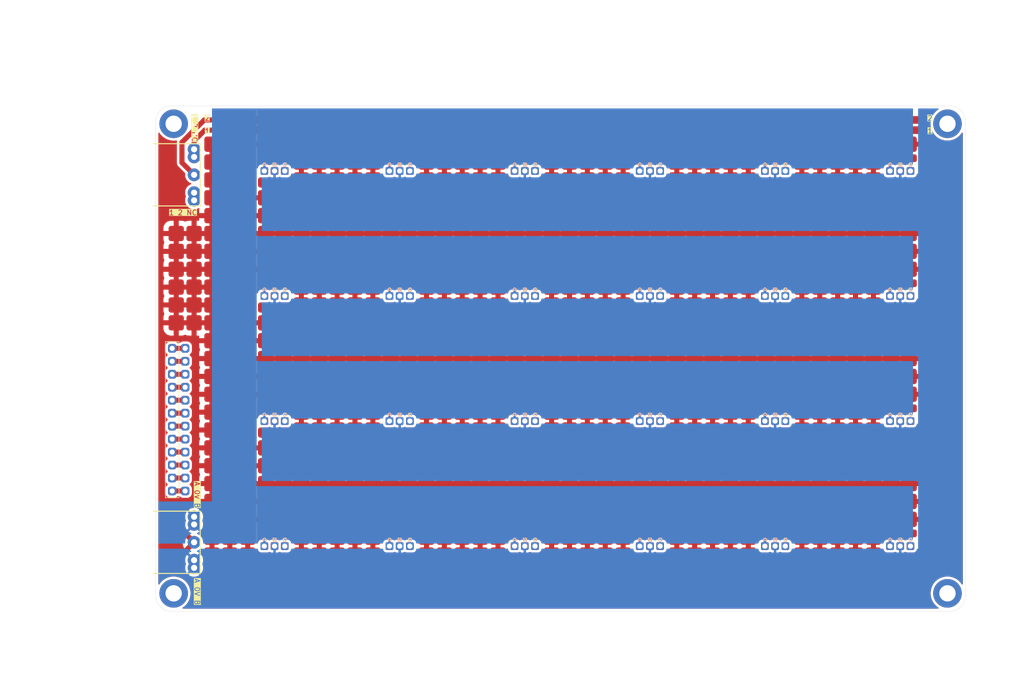
<source format=kicad_pcb>
(kicad_pcb (version 20241229) (generator "pcbnew") (generator_version "9.0")
  (layers (0 "F.Cu" signal) (2 "B.Cu" signal) (13 "F.Paste" user) (15 "B.Paste" user) (5 "F.SilkS" user "F.Silkscreen") (7 "B.SilkS" user "B.Silkscreen") (1 "F.Mask" user) (3 "B.Mask" user) (25 "Edge.Cuts" user))
  (net 0 "")
  (net 1 "GND")
  (net 2 "A")
  (net 3 "B")
  (net 4 "C")
  (net 5 "F1")
  (net 6 "F2")
  (footprint "" (layer "F.Cu") (at 210.5 86)
    (property "Reference" "" (hide yes))
    (property "Value" "" (hide yes))
  )
  (footprint "" (layer "F.Cu") (at 98.5 96.5)
    (property "Reference" "")
    (property "Value" "")
  )
  (footprint "" (layer "F.Cu") (at 123 103.5)
    (property "Reference" "" (hide yes))
    (property "Value" "" (hide yes))
  )
  (footprint "" (layer "F.Cu") (at 154.5 51)
    (property "Reference" "")
    (property "Value" "")
  )
  (footprint "" (layer "F.Cu") (at 84.5 117.5)
    (property "Reference" "" (hide yes))
    (property "Value" "" (hide yes))
  )
  (footprint "" (layer "F.Cu") (at 161.5 96.5)
    (property "Reference" "" (hide yes))
    (property "Value" "" (hide yes))
  )
  (footprint "" (layer "F.Cu") (at 210.5 72)
    (property "Reference" "" (hide yes))
    (property "Value" "" (hide yes))
  )
  (footprint "" (layer "F.Cu") (at 84.5 93)
    (property "Reference" "" (hide yes))
    (property "Value" "" (hide yes))
  )
  (footprint "" (layer "F.Cu") (at 196.5 117.5)
    (property "Reference" "" (hide yes))
    (property "Value" "" (hide yes))
  )
  (footprint "" (layer "F.Cu") (at 119.5 117.5)
    (property "Reference" "" (hide yes))
    (property "Value" "" (hide yes))
  )
  (footprint "" (layer "F.Cu") (at 210.5 89.5)
    (property "Reference" "")
    (property "Value" "")
  )
  (footprint "Library:QQ3.5mmX3" (layer "F.Cu") (at 77.5 122 -90)
    (property "Reference" "REF**" (hide yes))
    (property "Value" "QQ3.5mmX3" (hide yes))
  )
  (footprint "" (layer "F.Cu") (at 84.5 100)
    (property "Reference" "" (hide yes))
    (property "Value" "" (hide yes))
  )
  (footprint "" (layer "F.Cu") (at 189.5 131.5)
    (property "Reference" "" (hide yes))
    (property "Value" "" (hide yes))
  )
  (footprint "" (layer "F.Cu") (at 130 117.5)
    (property "Reference" "" (hide yes))
    (property "Value" "" (hide yes))
  )
  (footprint "" (layer "F.Cu") (at 182.5 86)
    (property "Reference" "" (hide yes))
    (property "Value" "" (hide yes))
  )
  (footprint "" (layer "F.Cu") (at 224.5 65)
    (property "Reference" "" (hide yes))
    (property "Value" "" (hide yes))
  )
  (footprint "Library:wireX3" (layer "F.Cu") (at 115.75 77.25)
    (property "Reference" "REF**" (hide yes))
    (property "Value" "wireX3" (hide yes))
  )
  (footprint "" (layer "F.Cu") (at 154.5 103.5)
    (property "Reference" "" (hide yes))
    (property "Value" "" (hide yes))
  )
  (footprint "" (layer "F.Cu") (at 214 99.25)
    (property "Reference" "")
    (property "Value" "")
  )
  (footprint "" (layer "F.Cu") (at 133.5 93)
    (property "Reference" "" (hide yes))
    (property "Value" "" (hide yes))
  )
  (footprint "" (layer "F.Cu") (at 88 72)
    (property "Reference" "" (hide yes))
    (property "Value" "" (hide yes))
  )
  (footprint "" (layer "F.Cu") (at 214 65)
    (property "Reference" "" (hide yes))
    (property "Value" "" (hide yes))
  )
  (footprint "" (layer "F.Cu") (at 144 74.75)
    (property "Reference" "")
    (property "Value" "")
  )
  (footprint "" (layer "F.Cu") (at 214 47.5)
    (property "Reference" "")
    (property "Value" "")
  )
  (footprint "" (layer "F.Cu") (at 224.5 121)
    (property "Reference" "" (hide yes))
    (property "Value" "" (hide yes))
  )
  (footprint "" (layer "F.Cu") (at 98.5 65)
    (property "Reference" "")
    (property "Value" "")
  )
  (footprint "" (layer "F.Cu") (at 81 93)
    (property "Reference" "")
    (property "Value" "")
  )
  (footprint "" (layer "F.Cu") (at 102 103.5)
    (property "Reference" "" (hide yes))
    (property "Value" "" (hide yes))
  )
  (footprint "" (layer "F.Cu") (at 224.5 86)
    (property "Reference" "" (hide yes))
    (property "Value" "" (hide yes))
  )
  (footprint "" (layer "F.Cu") (at 95 65)
    (property "Reference" "" (hide yes))
    (property "Value" "" (hide yes))
  )
  (footprint "" (layer "F.Cu") (at 77.5 75.5)
    (property "Reference" "")
    (property "Value" "")
  )
  (footprint "" (layer "F.Cu") (at 84.5 54.5)
    (property "Reference" "")
    (property "Value" "")
  )
  (footprint "" (layer "F.Cu") (at 81 86)
    (property "Reference" "")
    (property "Value" "")
  )
  (footprint "" (layer "F.Cu") (at 140.5 86)
    (property "Reference" "" (hide yes))
    (property "Value" "" (hide yes))
  )
  (footprint "" (layer "F.Cu") (at 165 55)
    (property "Reference" "")
    (property "Value" "")
  )
  (footprint "" (layer "F.Cu") (at 137 54.5)
    (property "Reference" "")
    (property "Value" "")
  )
  (footprint "" (layer "F.Cu") (at 116 50.25)
    (property "Reference" "")
    (property "Value" "")
  )
  (footprint "" (layer "F.Cu") (at 179 128)
    (property "Reference" "" (hide yes))
    (property "Value" "" (hide yes))
  )
  (footprint "" (layer "F.Cu") (at 144 99.25)
    (property "Reference" "")
    (property "Value" "")
  )
  (footprint "" (layer "F.Cu") (at 205.25 42.75)
    (property "Reference" "")
    (property "Value" "")
  )
  (footprint "" (layer "F.Cu") (at 151 135)
    (property "Reference" "" (hide yes))
    (property "Value" "" (hide yes))
  )
  (footprint "" (layer "F.Cu") (at 175.5 68.5)
    (property "Reference" "" (hide yes))
    (property "Value" "" (hide yes))
  )
  (footprint "" (layer "F.Cu") (at 172 103.5)
    (property "Reference" "" (hide yes))
    (property "Value" "" (hide yes))
  )
  (footprint "" (layer "F.Cu") (at 98.5 68.5)
    (property "Reference" "" (hide yes))
    (property "Value" "" (hide yes))
  )
  (footprint "" (layer "F.Cu") (at 95 58)
    (property "Reference" "" (hide yes))
    (property "Value" "" (hide yes))
  )
  (footprint "" (layer "F.Cu") (at 112.5 121)
    (property "Reference" "")
    (property "Value" "")
  )
  (footprint "" (layer "F.Cu") (at 168.5 68.5)
    (property "Reference" "" (hide yes))
    (property "Value" "" (hide yes))
  )
  (footprint "" (layer "F.Cu") (at 88 82.5)
    (property "Reference" "" (hide yes))
    (property "Value" "" (hide yes))
  )
  (footprint "" (layer "F.Cu") (at 126.5 47.5)
    (property "Reference" "" (hide yes))
    (property "Value" "" (hide yes))
  )
  (footprint "" (layer "F.Cu") (at 182.5 47.5)
    (property "Reference" "")
    (property "Value" "")
  )
  (footprint "" (layer "F.Cu") (at 203.5 75.5)
    (property "Reference" "")
    (property "Value" "")
  )
  (footprint "" (layer "F.Cu") (at 196.5 89.5)
    (property "Reference" "" (hide yes))
    (property "Value" "" (hide yes))
  )
  (footprint "" (layer "F.Cu") (at 102 131.5)
    (property "Reference" "" (hide yes))
    (property "Value" "" (hide yes))
  )
  (footprint "" (layer "F.Cu") (at 116 55)
    (property "Reference" "")
    (property "Value" "")
  )
  (footprint "" (layer "F.Cu") (at 151 89.5)
    (property "Reference" "" (hide yes))
    (property "Value" "" (hide yes))
  )
  (footprint "" (layer "F.Cu") (at 121.25 42.75)
    (property "Reference" "")
    (property "Value" "")
  )
  (footprint "" (layer "F.Cu") (at 91.5 117.5)
    (property "Reference" "" (hide yes))
    (property "Value" "" (hide yes))
  )
  (footprint "" (layer "F.Cu") (at 196.5 47.5)
    (property "Reference" "" (hide yes))
    (property "Value" "" (hide yes))
  )
  (footprint "" (layer "F.Cu") (at 196.5 124.5)
    (property "Reference" "")
    (property "Value" "")
  )
  (footprint "" (layer "F.Cu") (at 200 75.5)
    (property "Reference" "" (hide yes))
    (property "Value" "" (hide yes))
  )
  (footprint "" (layer "F.Cu") (at 98.5 131.5)
    (property "Reference" "")
    (property "Value" "")
  )
  (footprint "" (layer "F.Cu") (at 151 79)
    (property "Reference" "" (hide yes))
    (property "Value" "" (hide yes))
  )
  (footprint "MountingHole:MountingHole_3.2mm_M3_DIN965_Pad" (layer "F.Cu") (at 73.5 43.5)
    (property "Reference" "REF**" (hide yes))
    (property "Value" "MountingHole_3.2mm_M3_DIN965_Pad")
  )
  (footprint "" (layer "F.Cu") (at 154.5 100)
    (property "Reference" "")
    (property "Value" "")
  )
  (footprint "" (layer "F.Cu") (at 109 114)
    (property "Reference" "" (hide yes))
    (property "Value" "" (hide yes))
  )
  (footprint "" (layer "F.Cu") (at 154.5 47.5)
    (property "Reference" "" (hide yes))
    (property "Value" "" (hide yes))
  )
  (footprint "" (layer "F.Cu") (at 200 117.5)
    (property "Reference" "" (hide yes))
    (property "Value" "" (hide yes))
  )
  (footprint "" (layer "F.Cu") (at 73.5 135.5)
    (property "Reference" "")
    (property "Value" "")
  )
  (footprint "" (layer "F.Cu") (at 161.5 114)
    (property "Reference" "" (hide yes))
    (property "Value" "" (hide yes))
  )
  (footprint "" (layer "F.Cu") (at 91.5 55)
    (property "Reference" "")
    (property "Value" "")
  )
  (footprint "" (layer "F.Cu") (at 145.75 44.75)
    (property "Reference" "")
    (property "Value" "")
  )
  (footprint "" (layer "F.Cu") (at 126.5 82.5)
    (property "Reference" "" (hide yes))
    (property "Value" "" (hide yes))
  )
  (footprint "" (layer "F.Cu") (at 98.5 117.5)
    (property "Reference" "")
    (property "Value" "")
  )
  (footprint "Library:wireX3" (layer "F.Cu") (at 140.25 52.75)
    (property "Reference" "REF**" (hide yes))
    (property "Value" "wireX3" (hide yes))
  )
  (footprint "" (layer "F.Cu") (at 207 68.5)
    (property "Reference" "" (hide yes))
    (property "Value" "" (hide yes))
  )
  (footprint "" (layer "F.Cu") (at 154.5 82.5)
    (property "Reference" "" (hide yes))
    (property "Value" "" (hide yes))
  )
  (footprint "" (layer "F.Cu") (at 165 135)
    (property "Reference" "" (hide yes))
    (property "Value" "" (hide yes))
  )
  (footprint "" (layer "F.Cu") (at 91.5 50.25)
    (property "Reference" "")
    (property "Value" "")
  )
  (footprint "" (layer "F.Cu") (at 179 54.5)
    (property "Reference" "" (hide yes))
    (property "Value" "" (hide yes))
  )
  (footprint "" (layer "F.Cu") (at 182.5 68.5)
    (property "Reference" "")
    (property "Value" "")
  )
  (footprint "" (layer "F.Cu") (at 182.5 51)
    (property "Reference" "" (hide yes))
    (property "Value" "" (hide yes))
  )
  (footprint "" (layer "F.Cu") (at 130 47.5)
    (property "Reference" "")
    (property "Value" "")
  )
  (footprint "" (layer "F.Cu") (at 203.5 82.5)
    (property "Reference" "")
    (property "Value" "")
  )
  (footprint "" (layer "F.Cu") (at 207 128)
    (property "Reference" "" (hide yes))
    (property "Value" "" (hide yes))
  )
  (footprint "" (layer "F.Cu") (at 105.5 121)
    (property "Reference" "" (hide yes))
    (property "Value" "" (hide yes))
  )
  (footprint "" (layer "F.Cu") (at 95 110.5)
    (property "Reference" "" (hide yes))
    (property "Value" "" (hide yes))
  )
  (footprint "" (layer "F.Cu") (at 121.25 44.75)
    (property "Reference" "")
    (property "Value" "")
  )
  (footprint "" (layer "F.Cu") (at 126.5 121)
    (property "Reference" "")
    (property "Value" "")
  )
  (footprint "" (layer "F.Cu") (at 123 61.5)
    (property "Reference" "" (hide yes))
    (property "Value" "" (hide yes))
  )
  (footprint "" (layer "F.Cu") (at 91.5 110.5)
    (property "Reference" "" (hide yes))
    (property "Value" "" (hide yes))
  )
  (footprint "" (layer "F.Cu") (at 126.5 65)
    (property "Reference" "" (hide yes))
    (property "Value" "" (hide yes))
  )
  (footprint "" (layer "F.Cu") (at 193 96.5)
    (property "Reference" "" (hide yes))
    (property "Value" "" (hide yes))
  )
  (footprint "" (layer "F.Cu") (at 159.75 42.75)
    (property "Reference" "")
    (property "Value" "")
  )
  (footprint "" (layer "F.Cu") (at 179 68.5)
    (property "Reference" "" (hide yes))
    (property "Value" "" (hide yes))
  )
  (footprint "" (layer "F.Cu") (at 74 68.5)
    (property "Reference" "")
    (property "Value" "")
  )
  (footprint "" (layer "F.Cu") (at 84.5 135)
    (property "Reference" "" (hide yes))
    (property "Value" "" (hide yes))
  )
  (footprint "" (layer "F.Cu") (at 84.5 107)
    (property "Reference" "")
    (property "Value" "")
  )
  (footprint "" (layer "F.Cu") (at 116 58)
    (property "Reference" "" (hide yes))
    (property "Value" "" (hide yes))
  )
  (footprint "" (layer "F.Cu") (at 102 51)
    (property "Reference" "" (hide yes))
    (property "Value" "" (hide yes))
  )
  (footprint "" (layer "F.Cu") (at 88 93)
    (property "Reference" "" (hide yes))
    (property "Value" "" (hide yes))
  )
  (footprint "" (layer "F.Cu") (at 116 79.5)
    (property "Reference" "")
    (property "Value" "")
  )
  (footprint "" (layer "F.Cu") (at 109 107)
    (property "Reference" "" (hide yes))
    (property "Value" "" (hide yes))
  )
  (footprint "" (layer "F.Cu") (at 186 72)
    (property "Reference" "" (hide yes))
    (property "Value" "" (hide yes))
  )
  (footprint "" (layer "F.Cu") (at 161.5 128)
    (property "Reference" "")
    (property "Value" "")
  )
  (footprint "" (layer "F.Cu") (at 88 117.5)
    (property "Reference" "" (hide yes))
    (property "Value" "" (hide yes))
  )
  (footprint "" (layer "F.Cu") (at 221 89.5)
    (property "Reference" "" (hide yes))
    (property "Value" "" (hide yes))
  )
  (footprint "" (layer "F.Cu") (at 158 68.5)
    (property "Reference" "")
    (property "Value" "")
  )
  (footprint "" (layer "F.Cu") (at 82.75 44.75)
    (property "Reference" "")
    (property "Value" "")
  )
  (footprint "" (layer "F.Cu") (at 154.5 114)
    (property "Reference" "" (hide yes))
    (property "Value" "" (hide yes))
  )
  (footprint "" (layer "F.Cu") (at 168.5 114)
    (property "Reference" "" (hide yes))
    (property "Value" "" (hide yes))
  )
  (footprint "" (layer "F.Cu") (at 158 89.5)
    (property "Reference" "")
    (property "Value" "")
  )
  (footprint "" (layer "F.Cu") (at 109 51)
    (property "Reference" "" (hide yes))
    (property "Value" "" (hide yes))
  )
  (footprint "" (layer "F.Cu") (at 179 65)
    (property "Reference" "" (hide yes))
    (property "Value" "" (hide yes))
  )
  (footprint "" (layer "F.Cu") (at 158 135)
    (property "Reference" "" (hide yes))
    (property "Value" "" (hide yes))
  )
  (footprint "" (layer "F.Cu") (at 165 72)
    (property "Reference" "" (hide yes))
    (property "Value" "" (hide yes))
  )
  (footprint "" (layer "F.Cu") (at 112.5 75.5)
    (property "Reference" "" (hide yes))
    (property "Value" "" (hide yes))
  )
  (footprint "" (layer "F.Cu") (at 217.5 123.75)
    (property "Reference" "")
    (property "Value" "")
  )
  (footprint "" (layer "F.Cu") (at 165 65)
    (property "Reference" "" (hide yes))
    (property "Value" "" (hide yes))
  )
  (footprint "" (layer "F.Cu") (at 114.25 44.75)
    (property "Reference" "")
    (property "Value" "")
  )
  (footprint "" (layer "F.Cu") (at 119.5 68.5)
    (property "Reference" "")
    (property "Value" "")
  )
  (footprint "" (layer "F.Cu") (at 154.5 110.5)
    (property "Reference" "" (hide yes))
    (property "Value" "" (hide yes))
  )
  (footprint "" (layer "F.Cu") (at 147.5 100)
    (property "Reference" "")
    (property "Value" "")
  )
  (footprint "" (layer "F.Cu") (at 179 100)
    (property "Reference" "")
    (property "Value" "")
  )
  (footprint "" (layer "F.Cu") (at 203.5 47.5)
    (property "Reference" "")
    (property "Value" "")
  )
  (footprint "" (layer "F.Cu") (at 126.5 72)
    (property "Reference" "" (hide yes))
    (property "Value" "" (hide yes))
  )
  (footprint "" (layer "F.Cu") (at 116 65)
    (property "Reference" "" (hide yes))
    (property "Value" "" (hide yes))
  )
  (footprint "" (layer "F.Cu") (at 175.5 117.5)
    (property "Reference" "" (hide yes))
    (property "Value" "" (hide yes))
  )
  (footprint "" (layer "F.Cu") (at 154.5 107)
    (property "Reference" "" (hide yes))
    (property "Value" "" (hide yes))
  )
  (footprint "" (layer "F.Cu") (at 207 72)
    (property "Reference" "" (hide yes))
    (property "Value" "" (hide yes))
  )
  (footprint "" (layer "F.Cu") (at 179 75.5)
    (property "Reference" "")
    (property "Value" "")
  )
  (footprint "" (layer "F.Cu") (at 175.5 61.5)
    (property "Reference" "" (hide yes))
    (property "Value" "" (hide yes))
  )
  (footprint "" (layer "F.Cu") (at 126.5 86)
    (property "Reference" "")
    (property "Value" "")
  )
  (footprint "" (layer "F.Cu") (at 105.5 107)
    (property "Reference" "" (hide yes))
    (property "Value" "" (hide yes))
  )
  (footprint "" (layer "F.Cu") (at 119.5 65)
    (property "Reference" "" (hide yes))
    (property "Value" "" (hide yes))
  )
  (footprint "" (layer "F.Cu") (at 221 51)
    (property "Reference" "" (hide yes))
    (property "Value" "" (hide yes))
  )
  (footprint "" (layer "F.Cu") (at 144 121)
    (property "Reference" "")
    (property "Value" "")
  )
  (footprint "" (layer "F.Cu") (at 84.5 110.5)
    (property "Reference" "" (hide yes))
    (property "Value" "" (hide yes))
  )
  (footprint "" (layer "F.Cu") (at 112.5 114)
    (property "Reference" "")
    (property "Value" "")
  )
  (footprint "" (layer "F.Cu") (at 208.75 42.75)
    (property "Reference" "")
    (property "Value" "")
  )
  (footprint "" (layer "F.Cu") (at 105.5 131.5)
    (property "Reference" "")
    (property "Value" "")
  )
  (footprint "" (layer "F.Cu") (at 140.5 89.5)
    (property "Reference" "" (hide yes))
    (property "Value" "" (hide yes))
  )
  (footprint "" (layer "F.Cu") (at 133.5 72)
    (property "Reference" "" (hide yes))
    (property "Value" "" (hide yes))
  )
  (footprint "" (layer "F.Cu") (at 133.5 51)
    (property "Reference" "" (hide yes))
    (property "Value" "" (hide yes))
  )
  (footprint "" (layer "F.Cu") (at 105.5 75.5)
    (property "Reference" "" (hide yes))
    (property "Value" "" (hide yes))
  )
  (footprint "" (layer "F.Cu") (at 179 131.5)
    (property "Reference" "" (hide yes))
    (property "Value" "" (hide yes))
  )
  (footprint "" (layer "F.Cu") (at 126.5 135)
    (property "Reference" "" (hide yes))
    (property "Value" "" (hide yes))
  )
  (footprint "" (layer "F.Cu") (at 221 68.5)
    (property "Reference" "" (hide yes))
    (property "Value" "" (hide yes))
  )
  (footprint "" (layer "F.Cu") (at 130 65)
    (property "Reference" "" (hide yes))
    (property "Value" "" (hide yes))
  )
  (footprint "" (layer "F.Cu") (at 91.5 89.5)
    (property "Reference" "")
    (property "Value" "")
  )
  (footprint "" (layer "F.Cu") (at 224.5 124.5)
    (property "Reference" "" (hide yes))
    (property "Value" "" (hide yes))
  )
  (footprint "" (layer "F.Cu") (at 212.25 44.75)
    (property "Reference" "")
    (property "Value" "")
  )
  (footprint "" (layer "F.Cu") (at 196.5 135)
    (property "Reference" "" (hide yes))
    (property "Value" "" (hide yes))
  )
  (footprint "" (layer "F.Cu") (at 200 47.5)
    (property "Reference" "" (hide yes))
    (property "Value" "" (hide yes))
  )
  (footprint "" (layer "F.Cu") (at 168.5 65)
    (property "Reference" "" (hide yes))
    (property "Value" "" (hide yes))
  )
  (footprint "" (layer "F.Cu") (at 189.5 79.5)
    (property "Reference" "")
    (property "Value" "")
  )
  (footprint "" (layer "F.Cu") (at 179 121)
    (property "Reference" "" (hide yes))
    (property "Value" "" (hide yes))
  )
  (footprint "" (layer "F.Cu") (at 88 51)
    (property "Reference" "" (hide yes))
    (property "Value" "" (hide yes))
  )
  (footprint "" (layer "F.Cu") (at 200 51)
    (property "Reference" "" (hide yes))
    (property "Value" "" (hide yes))
  )
  (footprint "" (layer "F.Cu") (at 123 54.5)
    (property "Reference" "" (hide yes))
    (property "Value" "" (hide yes))
  )
  (footprint "" (layer "F.Cu") (at 151 47.5)
    (property "Reference" "" (hide yes))
    (property "Value" "" (hide yes))
  )
  (footprint "" (layer "F.Cu") (at 91.5 82.5)
    (property "Reference" "")
    (property "Value" "")
  )
  (footprint "" (layer "F.Cu") (at 182.5 54.5)
    (property "Reference" "" (hide yes))
    (property "Value" "" (hide yes))
  )
  (footprint "" (layer "F.Cu") (at 123 82.5)
    (property "Reference" "" (hide yes))
    (property "Value" "" (hide yes))
  )
  (footprint "" (layer "F.Cu") (at 221 72)
    (property "Reference" "" (hide yes))
    (property "Value" "" (hide yes))
  )
  (footprint "" (layer "F.Cu") (at 207 131.5)
    (property "Reference" "" (hide yes))
    (property "Value" "" (hide yes))
  )
  (footprint "" (layer "F.Cu") (at 119.5 99.25)
    (property "Reference" "")
    (property "Value" "")
  )
  (footprint "" (layer "F.Cu") (at 133.5 131.5)
    (property "Reference" "" (hide yes))
    (property "Value" "" (hide yes))
  )
  (footprint "" (layer "F.Cu") (at 207 114)
    (property "Reference" "" (hide yes))
    (property "Value" "" (hide yes))
  )
  (footprint "" (layer "F.Cu") (at 189.5 68.5)
    (property "Reference" "")
    (property "Value" "")
  )
  (footprint "" (layer "F.Cu") (at 91.5 107)
    (property "Reference" "")
    (property "Value" "")
  )
  (footprint "" (layer "F.Cu") (at 81 75.5)
    (property "Reference" "")
    (property "Value" "")
  )
  (footprint "" (layer "F.Cu") (at 196.5 75.5)
    (property "Reference" "")
    (property "Value" "")
  )
  (footprint "" (layer "F.Cu") (at 105.5 93)
    (property "Reference" "" (hide yes))
    (property "Value" "" (hide yes))
  )
  (footprint "" (layer "F.Cu") (at 119.5 123.75)
    (property "Reference" "")
    (property "Value" "")
  )
  (footprint "" (layer "F.Cu") (at 165 107)
    (property "Reference" "")
    (property "Value" "")
  )
  (footprint "" (layer "F.Cu") (at 154.5 75.5)
    (property "Reference" "")
    (property "Value" "")
  )
  (footprint "" (layer "F.Cu") (at 172 75.5)
    (property "Reference" "")
    (property "Value" "")
  )
  (footprint "" (layer "F.Cu") (at 200 86)
    (property "Reference" "" (hide yes))
    (property "Value" "" (hide yes))
  )
  (footprint "" (layer "F.Cu") (at 137 51)
    (property "Reference" "" (hide yes))
    (property "Value" "" (hide yes))
  )
  (footprint "" (layer "F.Cu") (at 154.5 61.5)
    (property "Reference" "" (hide yes))
    (property "Value" "" (hide yes))
  )
  (footprint "" (layer "F.Cu") (at 144 104)
    (property "Reference" "")
    (property "Value" "")
  )
  (footprint "" (layer "F.Cu") (at 179 135)
    (property "Reference" "" (hide yes))
    (property "Value" "" (hide yes))
  )
  (footprint "" (layer "F.Cu") (at 182.5 124.5)
    (property "Reference" "" (hide yes))
    (property "Value" "" (hide yes))
  )
  (footprint "" (layer "F.Cu") (at 112.5 61.5)
    (property "Reference" "")
    (property "Value" "")
  )
  (footprint "" (layer "F.Cu") (at 126.5 93)
    (property "Reference" "")
    (property "Value" "")
  )
  (footprint "" (layer "F.Cu") (at 105.5 51)
    (property "Reference" "")
    (property "Value" "")
  )
  (footprint "" (layer "F.Cu") (at 147.5 114)
    (property "Reference" "" (hide yes))
    (property "Value" "" (hide yes))
  )
  (footprint "" (layer "F.Cu") (at 137 107)
    (property "Reference" "")
    (property "Value" "")
  )
  (footprint "" (layer "F.Cu") (at 207 89.5)
    (property "Reference" "" (hide yes))
    (property "Value" "" (hide yes))
  )
  (footprint "" (layer "F.Cu") (at 95 135)
    (property "Reference" "" (hide yes))
    (property "Value" "" (hide yes))
  )
  (footprint "" (layer "F.Cu") (at 147.5 89.5)
    (property "Reference" "" (hide yes))
    (property "Value" "" (hide yes))
  )
  (footprint "" (layer "F.Cu") (at 175.5 100)
    (property "Reference" "" (hide yes))
    (property "Value" "" (hide yes))
  )
  (footprint "Library:wireX3" (layer "F.Cu") (at 164.75 101.75)
    (property "Reference" "REF**" (hide yes))
    (property "Value" "wireX3" (hide yes))
  )
  (footprint "" (layer "F.Cu") (at 200 100)
    (property "Reference" "" (hide yes))
    (property "Value" "" (hide yes))
  )
  (footprint "" (layer "F.Cu") (at 189.5 135)
    (property "Reference" "" (hide yes))
    (property "Value" "" (hide yes))
  )
  (footprint "" (layer "F.Cu") (at 144 58)
    (property "Reference" "" (hide yes))
    (property "Value" "" (hide yes))
  )
  (footprint "" (layer "F.Cu") (at 95 61.5)
    (property "Reference" "" (hide yes))
    (property "Value" "" (hide yes))
  )
  (footprint "" (layer "F.Cu") (at 109 128)
    (property "Reference" "" (hide yes))
    (property "Value" "" (hide yes))
  )
  (footprint "" (layer "F.Cu") (at 123 65)
    (property "Reference" "" (hide yes))
    (property "Value" "" (hide yes))
  )
  (footprint "" (layer "F.Cu") (at 109 96.5)
    (property "Reference" "" (hide yes))
    (property "Value" "" (hide yes))
  )
  (footprint "" (layer "F.Cu") (at 175.5 114)
    (property "Reference" "" (hide yes))
    (property "Value" "" (hide yes))
  )
  (footprint "" (layer "F.Cu") (at 175.5 75.5)
    (property "Reference" "" (hide yes))
    (property "Value" "" (hide yes))
  )
  (footprint "" (layer "F.Cu") (at 210.5 61.5)
    (property "Reference" "")
    (property "Value" "")
  )
  (footprint "" (layer "F.Cu") (at 154.5 124.5)
    (property "Reference" "")
    (property "Value" "")
  )
  (footprint "" (layer "F.Cu") (at 224.5 100)
    (property "Reference" "" (hide yes))
    (property "Value" "" (hide yes))
  )
  (footprint "" (layer "F.Cu") (at 102 68.5)
    (property "Reference" "" (hide yes))
    (property "Value" "" (hide yes))
  )
  (footprint "" (layer "F.Cu") (at 81 47.5)
    (property "Reference" "")
    (property "Value" "")
  )
  (footprint "" (layer "F.Cu") (at 207 96.5)
    (property "Reference" "" (hide yes))
    (property "Value" "" (hide yes))
  )
  (footprint "" (layer "F.Cu") (at 179 117.5)
    (property "Reference" "" (hide yes))
    (property "Value" "" (hide yes))
  )
  (footprint "" (layer "F.Cu") (at 105.5 65)
    (property "Reference" "")
    (property "Value" "")
  )
  (footprint "" (layer "F.Cu") (at 161.5 117.5)
    (property "Reference" "" (hide yes))
    (property "Value" "" (hide yes))
  )
  (footprint "" (layer "F.Cu") (at 130 107)
    (property "Reference" "" (hide yes))
    (property "Value" "" (hide yes))
  )
  (footprint "" (layer "F.Cu") (at 109 72)
    (property "Reference" "" (hide yes))
    (property "Value" "" (hide yes))
  )
  (footprint "" (layer "F.Cu") (at 147.5 93)
    (property "Reference" "" (hide yes))
    (property "Value" "" (hide yes))
  )
  (footprint "" (layer "F.Cu") (at 217.5 121)
    (property "Reference" "")
    (property "Value" "")
  )
  (footprint "" (layer "F.Cu") (at 137 65)
    (property "Reference" "" (hide yes))
    (property "Value" "" (hide yes))
  )
  (footprint "" (layer "F.Cu") (at 175.5 47.5)
    (property "Reference" "" (hide yes))
    (property "Value" "" (hide yes))
  )
  (footprint "" (layer "F.Cu") (at 144 68.5)
    (property "Reference" "")
    (property "Value" "")
  )
  (footprint "Library:wireX3" (layer "F.Cu") (at 140.25 77.25)
    (property "Reference" "REF**" (hide yes))
    (property "Value" "wireX3" (hide yes))
  )
  (footprint "" (layer "F.Cu") (at 182.5 79)
    (property "Reference" "" (hide yes))
    (property "Value" "" (hide yes))
  )
  (footprint "" (layer "F.Cu") (at 119.5 86)
    (property "Reference" "")
    (property "Value" "")
  )
  (footprint "" (layer "F.Cu") (at 88 135)
    (property "Reference" "" (hide yes))
    (property "Value" "" (hide yes))
  )
  (footprint "Library:wireX3" (layer "F.Cu") (at 91.25 126.25)
    (property "Reference" "REF**" (hide yes))
    (property "Value" "wireX3" (hide yes))
  )
  (footprint "" (layer "F.Cu") (at 196.5 65)
    (property "Reference" "" (hide yes))
    (property "Value" "" (hide yes))
  )
  (footprint "" (layer "F.Cu") (at 224.5 110.5)
    (property "Reference" "" (hide yes))
    (property "Value" "" (hide yes))
  )
  (footprint "" (layer "F.Cu") (at 112.5 131.5)
    (property "Reference" "" (hide yes))
    (property "Value" "" (hide yes))
  )
  (footprint "" (layer "F.Cu") (at 193 86)
    (property "Reference" "" (hide yes))
    (property "Value" "" (hide yes))
  )
  (footprint "" (layer "F.Cu") (at 207 110.5)
    (property "Reference" "" (hide yes))
    (property "Value" "" (hide yes))
  )
  (footprint "" (layer "F.Cu") (at 196.5 93)
    (property "Reference" "" (hide yes))
    (property "Value" "" (hide yes))
  )
  (footprint "" (layer "F.Cu") (at 112.5 58)
    (property "Reference" "" (hide yes))
    (property "Value" "" (hide yes))
  )
  (footprint "" (layer "F.Cu") (at 130 58)
    (property "Reference" "" (hide yes))
    (property "Value" "" (hide yes))
  )
  (footprint "" (layer "F.Cu") (at 130 114)
    (property "Reference" "" (hide yes))
    (property "Value" "" (hide yes))
  )
  (footprint "" (layer "F.Cu") (at 98.5 58)
    (property "Reference" "")
    (property "Value" "")
  )
  (footprint "" (layer "F.Cu") (at 165 50.25)
    (property "Reference" "")
    (property "Value" "")
  )
  (footprint "" (layer "F.Cu") (at 214 93)
    (property "Reference" "" (hide yes))
    (property "Value" "" (hide yes))
  )
  (footprint "" (layer "F.Cu") (at 147.5 47.5)
    (property "Reference" "")
    (property "Value" "")
  )
  (footprint "" (layer "F.Cu") (at 217.5 117.5)
    (property "Reference" "" (hide yes))
    (property "Value" "" (hide yes))
  )
  (footprint "" (layer "F.Cu") (at 158 54.5)
    (property "Reference" "" (hide yes))
    (property "Value" "" (hide yes))
  )
  (footprint "Library:wireX3" (layer "F.Cu") (at 115.75 126.25)
    (property "Reference" "REF**" (hide yes))
    (property "Value" "wireX3" (hide yes))
  )
  (footprint "" (layer "F.Cu") (at 221 131.5)
    (property "Reference" "" (hide yes))
    (property "Value" "" (hide yes))
  )
  (footprint "" (layer "F.Cu") (at 217.5 131.5)
    (property "Reference" "" (hide yes))
    (property "Value" "" (hide yes))
  )
  (footprint "" (layer "F.Cu") (at 140.5 107)
    (property "Reference" "" (hide yes))
    (property "Value" "" (hide yes))
  )
  (footprint "" (layer "F.Cu") (at 109 100)
    (property "Reference" "" (hide yes))
    (property "Value" "" (hide yes))
  )
  (footprint "" (layer "F.Cu") (at 91.5 47.5)
    (property "Reference" "" (hide yes))
    (property "Value" "" (hide yes))
  )
  (footprint "" (layer "F.Cu") (at 168.5 131.5)
    (property "Reference" "" (hide yes))
    (property "Value" "" (hide yes))
  )
  (footprint "" (layer "F.Cu") (at 88 58)
    (property "Reference" "" (hide yes))
    (property "Value" "" (hide yes))
  )
  (footprint "" (layer "F.Cu") (at 144 50.25)
    (property "Reference" "")
    (property "Value" "")
  )
  (footprint "" (layer "F.Cu") (at 165 128.5)
    (property "Reference" "")
    (property "Value" "")
  )
  (footprint "" (layer "F.Cu") (at 119.5 61.5)
    (property "Reference" "")
    (property "Value" "")
  )
  (footprint "" (layer "F.Cu") (at 81 82.5)
    (property "Reference" "")
    (property "Value" "")
  )
  (footprint "" (layer "F.Cu") (at 102 72)
    (property "Reference" "" (hide yes))
    (property "Value" "" (hide yes))
  )
  (footprint "" (layer "F.Cu") (at 88 128)
    (property "Reference" "" (hide yes))
    (property "Value" "" (hide yes))
  )
  (footprint "" (layer "F.Cu") (at 91.5 99.25)
    (property "Reference" "")
    (property "Value" "")
  )
  (footprint "" (layer "F.Cu") (at 180.75 42.75)
    (property "Reference" "")
    (property "Value" "")
  )
  (footprint "" (layer "F.Cu") (at 105.5 100)
    (property "Reference" "" (hide yes))
    (property "Value" "" (hide yes))
  )
  (footprint "" (layer "F.Cu") (at 147.5 121)
    (property "Reference" "" (hide yes))
    (property "Value" "" (hide yes))
  )
  (footprint "" (layer "F.Cu") (at 158 47.5)
    (property "Reference" "")
    (property "Value" "")
  )
  (footprint "" (layer "F.Cu") (at 147.5 68.5)
    (property "Reference" "" (hide yes))
    (property "Value" "" (hide yes))
  )
  (footprint "" (layer "F.Cu") (at 102 86)
    (property "Reference" "" (hide yes))
    (property "Value" "" (hide yes))
  )
  (footprint "" (layer "F.Cu") (at 95 117.5)
    (property "Reference" "" (hide yes))
    (property "Value" "" (hide yes))
  )
  (footprint "Library:wireX3" (layer "F.Cu") (at 213.75 52.75)
    (property "Reference" "REF**" (hide yes))
    (property "Value" "wireX3" (hide yes))
  )
  (footprint "" (layer "F.Cu") (at 182.5 121)
    (property "Reference" "")
    (property "Value" "")
  )
  (footprint "" (layer "F.Cu") (at 175.5 121)
    (property "Reference" "" (hide yes))
    (property "Value" "" (hide yes))
  )
  (footprint "" (layer "F.Cu") (at 109 58)
    (property "Reference" "" (hide yes))
    (property "Value" "" (hide yes))
  )
  (footprint "" (layer "F.Cu") (at 151 86)
    (property "Reference" "" (hide yes))
    (property "Value" "" (hide yes))
  )
  (footprint "" (layer "F.Cu") (at 151 96.5)
    (property "Reference" "" (hide yes))
    (property "Value" "" (hide yes))
  )
  (footprint "" (layer "F.Cu") (at 112.5 89.5)
    (property "Reference" "")
    (property "Value" "")
  )
  (footprint "" (layer "F.Cu") (at 91.5 135)
    (property "Reference" "" (hide yes))
    (property "Value" "" (hide yes))
  )
  (footprint "" (layer "F.Cu") (at 221 96.5)
    (property "Reference" "" (hide yes))
    (property "Value" "" (hide yes))
  )
  (footprint "" (layer "F.Cu") (at 214 128.5)
    (property "Reference" "")
    (property "Value" "")
  )
  (footprint "" (layer "F.Cu") (at 137 89.5)
    (property "Reference" "")
    (property "Value" "")
  )
  (footprint "" (layer "F.Cu") (at 221 65)
    (property "Reference" "" (hide yes))
    (property "Value" "" (hide yes))
  )
  (footprint "" (layer "F.Cu") (at 126.5 75.5)
    (property "Reference" "")
    (property "Value" "")
  )
  (footprint "" (layer "F.Cu") (at 147.5 107)
    (property "Reference" "" (hide yes))
    (property "Value" "" (hide yes))
  )
  (footprint "" (layer "F.Cu") (at 151 51)
    (property "Reference" "" (hide yes))
    (property "Value" "" (hide yes))
  )
  (footprint "" (layer "F.Cu") (at 154.5 93)
    (property "Reference" "" (hide yes))
    (property "Value" "" (hide yes))
  )
  (footprint "" (layer "F.Cu") (at 179 96.5)
    (property "Reference" "" (hide yes))
    (property "Value" "" (hide yes))
  )
  (footprint "" (layer "F.Cu") (at 175.5 65)
    (property "Reference" "" (hide yes))
    (property "Value" "" (hide yes))
  )
  (footprint "" (layer "F.Cu") (at 81 135)
    (property "Reference" "")
    (property "Value" "")
  )
  (footprint "" (layer "F.Cu") (at 214 96.5)
    (property "Reference" "" (hide yes))
    (property "Value" "" (hide yes))
  )
  (footprint "" (layer "F.Cu") (at 128.25 42.75)
    (property "Reference" "")
    (property "Value" "")
  )
  (footprint "" (layer "F.Cu") (at 203.5 124.5)
    (property "Reference" "")
    (property "Value" "")
  )
  (footprint "" (layer "F.Cu") (at 74 65)
    (property "Reference" "" (hide yes))
    (property "Value" "" (hide yes))
  )
  (footprint "" (layer "F.Cu") (at 95 50.25)
    (property "Reference" "")
    (property "Value" "")
  )
  (footprint "" (layer "F.Cu") (at 221 58)
    (property "Reference" "" (hide yes))
    (property "Value" "" (hide yes))
  )
  (footprint "" (layer "F.Cu") (at 112.5 86)
    (property "Reference" "" (hide yes))
    (property "Value" "" (hide yes))
  )
  (footprint "" (layer "F.Cu") (at 116 72)
    (property "Reference" "" (hide yes))
    (property "Value" "" (hide yes))
  )
  (footprint "" (layer "F.Cu") (at 224.5 96.5)
    (property "Reference" "" (hide yes))
    (property "Value" "" (hide yes))
  )
  (footprint "" (layer "F.Cu") (at 102 128)
    (property "Reference" "" (hide yes))
    (property "Value" "" (hide yes))
  )
  (footprint "" (layer "F.Cu") (at 91.5 96.5)
    (property "Reference" "")
    (property "Value" "")
  )
  (footprint "" (layer "F.Cu") (at 224.5 89.5)
    (property "Reference" "" (hide yes))
    (property "Value" "" (hide yes))
  )
  (footprint "" (layer "F.Cu") (at 98.5 124.5)
    (property "Reference" "")
    (property "Value" "")
  )
  (footprint "" (layer "F.Cu") (at 172 86)
    (property "Reference" "" (hide yes))
    (property "Value" "" (hide yes))
  )
  (footprint "" (layer "F.Cu") (at 154.5 54.5)
    (property "Reference" "" (hide yes))
    (property "Value" "" (hide yes))
  )
  (footprint "" (layer "F.Cu") (at 130 75.5)
    (property "Reference" "" (hide yes))
    (property "Value" "" (hide yes))
  )
  (footprint "" (layer "F.Cu") (at 193 123.75)
    (property "Reference" "")
    (property "Value" "")
  )
  (footprint "" (layer "F.Cu") (at 109 117.5)
    (property "Reference" "" (hide yes))
    (property "Value" "" (hide yes))
  )
  (footprint "" (layer "F.Cu") (at 186 114)
    (property "Reference" "" (hide yes))
    (property "Value" "" (hide yes))
  )
  (footprint "" (layer "F.Cu") (at 172 96.5)
    (property "Reference" "" (hide yes))
    (property "Value" "" (hide yes))
  )
  (footprint "" (layer "F.Cu") (at 81 79)
    (property "Reference" "" (hide yes))
    (property "Value" "" (hide yes))
  )
  (footprint "" (layer "F.Cu") (at 214 121)
    (property "Reference" "" (hide yes))
    (property "Value" "" (hide yes))
  )
  (footprint "" (layer "F.Cu") (at 109 103.5)
    (property "Reference" "" (hide yes))
    (property "Value" "" (hide yes))
  )
  (footprint "" (layer "F.Cu") (at 102 47.5)
    (property "Reference" "")
    (property "Value" "")
  )
  (footprint "" (layer "F.Cu") (at 217.5 89.5)
    (property "Reference" "")
    (property "Value" "")
  )
  (footprint "" (layer "F.Cu") (at 133.5 79)
    (property "Reference" "")
    (property "Value" "")
  )
  (footprint "" (layer "F.Cu") (at 210.5 100)
    (property "Reference" "" (hide yes))
    (property "Value" "" (hide yes))
  )
  (footprint "" (layer "F.Cu") (at 109 131.5)
    (property "Reference" "" (hide yes))
    (property "Value" "" (hide yes))
  )
  (footprint "" (layer "F.Cu") (at 191.25 44.75)
    (property "Reference" "")
    (property "Value" "")
  )
  (footprint "" (layer "F.Cu") (at 161.5 107)
    (property "Reference" "" (hide yes))
    (property "Value" "" (hide yes))
  )
  (footprint "" (layer "F.Cu") (at 179 47.5)
    (property "Reference" "" (hide yes))
    (property "Value" "" (hide yes))
  )
  (footprint "MountingHole:MountingHole_3.2mm_M3_DIN965_Pad" (layer "F.Cu") (at 225 43.5)
    (property "Reference" "REF**" (hide yes))
    (property "Value" "MountingHole_3.2mm_M3_DIN965_Pad")
  )
  (footprint "" (layer "F.Cu") (at 186 51)
    (property "Reference" "" (hide yes))
    (property "Value" "" (hide yes))
  )
  (footprint "" (layer "F.Cu") (at 98.5 121)
    (property "Reference" "" (hide yes))
    (property "Value" "" (hide yes))
  )
  (footprint "Library:wireX3" (layer "F.Cu") (at 91.25 101.75)
    (property "Reference" "REF**" (hide yes))
    (property "Value" "wireX3" (hide yes))
  )
  (footprint "" (layer "F.Cu") (at 224.5 54.5)
    (property "Reference" "" (hide yes))
    (property "Value" "" (hide yes))
  )
  (footprint "" (layer "F.Cu") (at 200 128)
    (property "Reference" "" (hide yes))
    (property "Value" "" (hide yes))
  )
  (footprint "" (layer "F.Cu") (at 179 82.5)
    (property "Reference" "" (hide yes))
    (property "Value" "" (hide yes))
  )
  (footprint "" (layer "F.Cu") (at 130 89.5)
    (property "Reference" "" (hide yes))
    (property "Value" "" (hide yes))
  )
  (footprint "" (layer "F.Cu") (at 82.75 42.75)
    (property "Reference" "")
    (property "Value" "")
  )
  (footprint "" (layer "F.Cu") (at 207 54.5)
    (property "Reference" "" (hide yes))
    (property "Value" "" (hide yes))
  )
  (footprint "" (layer "F.Cu") (at 126.5 68.5)
    (property "Reference" "")
    (property "Value" "")
  )
  (footprint "" (layer "F.Cu") (at 88 86)
    (property "Reference" "" (hide yes))
    (property "Value" "" (hide yes))
  )
  (footprint "" (layer "F.Cu") (at 200 54.5)
    (property "Reference" "" (hide yes))
    (property "Value" "" (hide yes))
  )
  (footprint "" (layer "F.Cu") (at 89.75 42.75)
    (property "Reference" "")
    (property "Value" "")
  )
  (footprint "" (layer "F.Cu") (at 214 104)
    (property "Reference" "")
    (property "Value" "")
  )
  (footprint "" (layer "F.Cu") (at 207 103.5)
    (property "Reference" "" (hide yes))
    (property "Value" "" (hide yes))
  )
  (footprint "" (layer "F.Cu") (at 154.5 72)
    (property "Reference" "" (hide yes))
    (property "Value" "" (hide yes))
  )
  (footprint "" (layer "F.Cu") (at 182.5 131.5)
    (property "Reference" "" (hide yes))
    (property "Value" "" (hide yes))
  )
  (footprint "" (layer "F.Cu") (at 187.75 44.75)
    (property "Reference" "")
    (property "Value" "")
  )
  (footprint "" (layer "F.Cu") (at 189.5 117.5)
    (property "Reference" "" (hide yes))
    (property "Value" "" (hide yes))
  )
  (footprint "" (layer "F.Cu") (at 144 79.5)
    (property "Reference" "")
    (property "Value" "")
  )
  (footprint "" (layer "F.Cu") (at 140.5 82.5)
    (property "Reference" "" (hide yes))
    (property "Value" "" (hide yes))
  )
  (footprint "" (layer "F.Cu") (at 158 58)
    (property "Reference" "" (hide yes))
    (property "Value" "" (hide yes))
  )
  (footprint "" (layer "F.Cu") (at 210.5 114)
    (property "Reference" "")
    (property "Value" "")
  )
  (footprint "" (layer "F.Cu") (at 95 55)
    (property "Reference" "")
    (property "Value" "")
  )
  (footprint "" (layer "F.Cu") (at 179 58)
    (property "Reference" "" (hide yes))
    (property "Value" "" (hide yes))
  )
  (footprint "" (layer "F.Cu") (at 196.5 128)
    (property "Reference" "" (hide yes))
    (property "Value" "" (hide yes))
  )
  (footprint "" (layer "F.Cu") (at 112.5 100)
    (property "Reference" "" (hide yes))
    (property "Value" "" (hide yes))
  )
  (footprint "" (layer "F.Cu") (at 224.5 114)
    (property "Reference" "" (hide yes))
    (property "Value" "" (hide yes))
  )
  (footprint "" (layer "F.Cu") (at 130 93)
    (property "Reference" "" (hide yes))
    (property "Value" "" (hide yes))
  )
  (footprint "" (layer "F.Cu") (at 193 110.5)
    (property "Reference" "" (hide yes))
    (property "Value" "" (hide yes))
  )
  (footprint "" (layer "F.Cu") (at 107.25 42.75)
    (property "Reference" "")
    (property "Value" "")
  )
  (footprint "" (layer "F.Cu") (at 140.5 74.75)
    (property "Reference" "")
    (property "Value" "")
  )
  (footprint "" (layer "F.Cu") (at 140.5 121)
    (property "Reference" "" (hide yes))
    (property "Value" "" (hide yes))
  )
  (footprint "" (layer "F.Cu") (at 214 72)
    (property "Reference" "" (hide yes))
    (property "Value" "" (hide yes))
  )
  (footprint "" (layer "F.Cu") (at 137 135)
    (property "Reference" "" (hide yes))
    (property "Value" "" (hide yes))
  )
  (footprint "" (layer "F.Cu") (at 140.5 47.5)
    (property "Reference" "" (hide yes))
    (property "Value" "" (hide yes))
  )
  (footprint "" (layer "F.Cu") (at 210.5 121)
    (property "Reference" "")
    (property "Value" "")
  )
  (footprint "" (layer "F.Cu") (at 151 124.5)
    (property "Reference" "" (hide yes))
    (property "Value" "" (hide yes))
  )
  (footprint "Library:wireX3" (layer "F.Cu") (at 189.25 126.25)
    (property "Reference" "REF**" (hide yes))
    (property "Value" "wireX3" (hide yes))
  )
  (footprint "" (layer "F.Cu") (at 89.75 44.75)
    (property "Reference" "")
    (property "Value" "")
  )
  (footprint "" (layer "F.Cu") (at 105.5 72)
    (property "Reference" "")
    (property "Value" "")
  )
  (footprint "" (layer "F.Cu") (at 225.000001 135.5)
    (property "Reference" "")
    (property "Value" "")
  )
  (footprint "" (layer "F.Cu") (at 154.5 128)
    (property "Reference" "" (hide yes))
    (property "Value" "" (hide yes))
  )
  (footprint "Library:wireX3" (layer "F.Cu") (at 164.75 52.75)
    (property "Reference" "REF**" (hide yes))
    (property "Value" "wireX3" (hide yes))
  )
  (footprint "" (layer "F.Cu") (at 77.5 65)
    (property "Reference" "" (hide yes))
    (property "Value" "" (hide yes))
  )
  (footprint "" (layer "F.Cu") (at 133.5 103.5)
    (property "Reference" "")
    (property "Value" "")
  )
  (footprint "" (layer "F.Cu") (at 214 123.75)
    (property "Reference" "")
    (property "Value" "")
  )
  (footprint "" (layer "F.Cu") (at 154.5 131.5)
    (property "Reference" "" (hide yes))
    (property "Value" "" (hide yes))
  )
  (footprint "" (layer "F.Cu") (at 186 58)
    (property "Reference" "" (hide yes))
    (property "Value" "" (hide yes))
  )
  (footprint "" (layer "F.Cu") (at 137 75.5)
    (property "Reference" "" (hide yes))
    (property "Value" "" (hide yes))
  )
  (footprint "" (layer "F.Cu") (at 207 51)
    (property "Reference" "" (hide yes))
    (property "Value" "" (hide yes))
  )
  (footprint "" (layer "F.Cu") (at 200 121)
    (property "Reference" "" (hide yes))
    (property "Value" "" (hide yes))
  )
  (footprint "" (layer "F.Cu") (at 221 124.5)
    (property "Reference" "" (hide yes))
    (property "Value" "" (hide yes))
  )
  (footprint "" (layer "F.Cu") (at 102 54.5)
    (property "Reference" "" (hide yes))
    (property "Value" "" (hide yes))
  )
  (footprint "" (layer "F.Cu") (at 112.5 54.5)
    (property "Reference" "")
    (property "Value" "")
  )
  (footprint "" (layer "F.Cu") (at 116 135)
    (property "Reference" "" (hide yes))
    (property "Value" "" (hide yes))
  )
  (footprint "" (layer "F.Cu") (at 130 82.5)
    (property "Reference" "" (hide yes))
    (property "Value" "" (hide yes))
  )
  (footprint "" (layer "F.Cu") (at 189.5 110.5)
    (property "Reference" "" (hide yes))
    (property "Value" "" (hide yes))
  )
  (footprint "" (layer "F.Cu") (at 214 86)
    (property "Reference" "" (hide yes))
    (property "Value" "" (hide yes))
  )
  (footprint "" (layer "F.Cu") (at 161.5 68.5)
    (property "Reference" "" (hide yes))
    (property "Value" "" (hide yes))
  )
  (footprint "" (layer "F.Cu") (at 91.5 93)
    (property "Reference" "" (hide yes))
    (property "Value" "" (hide yes))
  )
  (footprint "" (layer "F.Cu") (at 215.75 44.75)
    (property "Reference" "")
    (property "Value" "")
  )
  (footprint "" (layer "F.Cu") (at 168.5 86)
    (property "Reference" "" (hide yes))
    (property "Value" "" (hide yes))
  )
  (footprint "" (layer "F.Cu") (at 105.5 79)
    (property "Reference" "")
    (property "Value" "")
  )
  (footprint "" (layer "F.Cu") (at 200 110.5)
    (property "Reference" "" (hide yes))
    (property "Value" "" (hide yes))
  )
  (footprint "" (layer "F.Cu") (at 102 107)
    (property "Reference" "" (hide yes))
    (property "Value" "" (hide yes))
  )
  (footprint "" (layer "F.Cu") (at 133.5 128)
    (property "Reference" "")
    (property "Value" "")
  )
  (footprint "" (layer "F.Cu") (at 84.5 86)
    (property "Reference" "" (hide yes))
    (property "Value" "" (hide yes))
  )
  (footprint "" (layer "F.Cu") (at 217.5 58)
    (property "Reference" "" (hide yes))
    (property "Value" "" (hide yes))
  )
  (footprint "" (layer "F.Cu") (at 214 50.25)
    (property "Reference" "")
    (property "Value" "")
  )
  (footprint "" (layer "F.Cu") (at 207 124.5)
    (property "Reference" "" (hide yes))
    (property "Value" "" (hide yes))
  )
  (footprint "" (layer "F.Cu") (at 112.5 72)
    (property "Reference" "" (hide yes))
    (property "Value" "" (hide yes))
  )
  (footprint "" (layer "F.Cu") (at 172 135)
    (property "Reference" "" (hide yes))
    (property "Value" "" (hide yes))
  )
  (footprint "" (layer "F.Cu") (at 147.5 96.5)
    (property "Reference" "" (hide yes))
    (property "Value" "" (hide yes))
  )
  (footprint "" (layer "F.Cu") (at 217.5 86)
    (property "Reference" "" (hide yes))
    (property "Value" "" (hide yes))
  )
  (footprint "" (layer "F.Cu") (at 144 55)
    (property "Reference" "")
    (property "Value" "")
  )
  (footprint "" (layer "F.Cu") (at 88 96.5)
    (property "Reference" "" (hide yes))
    (property "Value" "" (hide yes))
  )
  (footprint "" (layer "F.Cu") (at 154.5 86)
    (property "Reference" "" (hide yes))
    (property "Value" "" (hide yes))
  )
  (footprint "Library:wireX3" (layer "F.Cu") (at 164.75 126.25)
    (property "Reference" "REF**" (hide yes))
    (property "Value" "wireX3" (hide yes))
  )
  (footprint "" (layer "F.Cu") (at 221 82.5)
    (property "Reference" "" (hide yes))
    (property "Value" "" (hide yes))
  )
  (footprint "" (layer "F.Cu") (at 170.25 42.75)
    (property "Reference" "")
    (property "Value" "")
  )
  (footprint "" (layer "F.Cu") (at 105.5 61.5)
    (property "Reference" "" (hide yes))
    (property "Value" "" (hide yes))
  )
  (footprint "" (layer "F.Cu") (at 196.5 121)
    (property "Reference" "" (hide yes))
    (property "Value" "" (hide yes))
  )
  (footprint "" (layer "F.Cu") (at 210.5 117.5)
    (property "Reference" "" (hide yes))
    (property "Value" "" (hide yes))
  )
  (footprint "" (layer "F.Cu") (at 182.5 72)
    (property "Reference" "" (hide yes))
    (property "Value" "" (hide yes))
  )
  (footprint "" (layer "F.Cu") (at 110.75 42.75)
    (property "Reference" "")
    (property "Value" "")
  )
  (footprint "" (layer "F.Cu") (at 165 93)
    (property "Reference" "" (hide yes))
    (property "Value" "" (hide yes))
  )
  (footprint "" (layer "F.Cu") (at 175.5 86)
    (property "Reference" "" (hide yes))
    (property "Value" "" (hide yes))
  )
  (footprint "" (layer "F.Cu") (at 182.5 117.5)
    (property "Reference" "" (hide yes))
    (property "Value" "" (hide yes))
  )
  (footprint "" (layer "F.Cu") (at 182.5 114)
    (property "Reference" "")
    (property "Value" "")
  )
  (footprint "Library:wireX3" (layer "F.Cu") (at 189.25 77.25)
    (property "Reference" "REF**" (hide yes))
    (property "Value" "wireX3" (hide yes))
  )
  (footprint "" (layer "F.Cu") (at 142.25 44.75)
    (property "Reference" "")
    (property "Value" "")
  )
  (footprint "" (layer "F.Cu") (at 109 65)
    (property "Reference" "" (hide yes))
    (property "Value" "" (hide yes))
  )
  (footprint "" (layer "F.Cu") (at 184.25 42.75)
    (property "Reference" "")
    (property "Value" "")
  )
  (footprint "" (layer "F.Cu") (at 116 121)
    (property "Reference" "" (hide yes))
    (property "Value" "" (hide yes))
  )
  (footprint "" (layer "F.Cu") (at 137 82.5)
    (property "Reference" "")
    (property "Value" "")
  )
  (footprint "" (layer "F.Cu") (at 149.25 42.75)
    (property "Reference" "")
    (property "Value" "")
  )
  (footprint "" (layer "F.Cu") (at 151 75.5)
    (property "Reference" "" (hide yes))
    (property "Value" "" (hide yes))
  )
  (footprint "" (layer "F.Cu") (at 95 93)
    (property "Reference" "" (hide yes))
    (property "Value" "" (hide yes))
  )
  (footprint "" (layer "F.Cu") (at 219.25 42.75)
    (property "Reference" "")
    (property "Value" "")
  )
  (footprint "" (layer "F.Cu") (at 207 65)
    (property "Reference" "" (hide yes))
    (property "Value" "" (hide yes))
  )
  (footprint "" (layer "F.Cu") (at 137 58)
    (property "Reference" "" (hide yes))
    (property "Value" "" (hide yes))
  )
  (footprint "" (layer "F.Cu") (at 98.5 79)
    (property "Reference" "")
    (property "Value" "")
  )
  (footprint "" (layer "F.Cu") (at 165 86)
    (property "Reference" "" (hide yes))
    (property "Value" "" (hide yes))
  )
  (footprint "" (layer "F.Cu") (at 103.75 42.75)
    (property "Reference" "")
    (property "Value" "")
  )
  (footprint "" (layer "F.Cu") (at 98.5 54.5)
    (property "Reference" "" (hide yes))
    (property "Value" "" (hide yes))
  )
  (footprint "" (layer "F.Cu") (at 105.5 47.5)
    (property "Reference" "" (hide yes))
    (property "Value" "" (hide yes))
  )
  (footprint "" (layer "F.Cu") (at 77.5 48.5)
    (property "Reference" "")
    (property "Value" "")
  )
  (footprint "" (layer "F.Cu") (at 221 114)
    (property "Reference" "" (hide yes))
    (property "Value" "" (hide yes))
  )
  (footprint "" (layer "F.Cu") (at 133.5 58)
    (property "Reference" "" (hide yes))
    (property "Value" "" (hide yes))
  )
  (footprint "" (layer "F.Cu") (at 186 75.5)
    (property "Reference" "" (hide yes))
    (property "Value" "" (hide yes))
  )
  (footprint "" (layer "F.Cu") (at 84.5 68.5)
    (property "Reference" "" (hide yes))
    (property "Value" "" (hide yes))
  )
  (footprint "" (layer "F.Cu") (at 74 72)
    (property "Reference" "" (hide yes))
    (property "Value" "" (hide yes))
  )
  (footprint "" (layer "F.Cu") (at 140.5 123.75)
    (property "Reference" "")
    (property "Value" "")
  )
  (footprint "" (layer "F.Cu") (at 172 124.5)
    (property "Reference" "")
    (property "Value" "")
  )
  (footprint "" (layer "F.Cu") (at 165 96.5)
    (property "Reference" "")
    (property "Value" "")
  )
  (footprint "" (layer "F.Cu") (at 172 110.5)
    (property "Reference" "" (hide yes))
    (property "Value" "" (hide yes))
  )
  (footprint "" (layer "F.Cu") (at 109 82.5)
    (property "Reference" "" (hide yes))
    (property "Value" "" (hide yes))
  )
  (footprint "" (layer "F.Cu") (at 112.5 128)
    (property "Reference" "" (hide yes))
    (property "Value" "" (hide yes))
  )
  (footprint "" (layer "F.Cu") (at 98.5 128)
    (property "Reference" "" (hide yes))
    (property "Value" "" (hide yes))
  )
  (footprint "" (layer "F.Cu") (at 100.25 44.75)
    (property "Reference" "")
    (property "Value" "")
  )
  (footprint "" (layer "F.Cu") (at 200 124.5)
    (property "Reference" "" (hide yes))
    (property "Value" "" (hide yes))
  )
  (footprint "" (layer "F.Cu") (at 112.5 79)
    (property "Reference" "" (hide yes))
    (property "Value" "" (hide yes))
  )
  (footprint "" (layer "F.Cu") (at 175.5 51)
    (property "Reference" "" (hide yes))
    (property "Value" "" (hide yes))
  )
  (footprint "" (layer "F.Cu") (at 119.5 131.5)
    (property "Reference" "" (hide yes))
    (property "Value" "" (hide yes))
  )
  (footprint "" (layer "F.Cu") (at 77.5 72)
    (property "Reference" "" (hide yes))
    (property "Value" "" (hide yes))
  )
  (footprint "" (layer "F.Cu") (at 147.5 103.5)
    (property "Reference" "" (hide yes))
    (property "Value" "" (hide yes))
  )
  (footprint "" (layer "F.Cu") (at 175.5 128)
    (property "Reference" "" (hide yes))
    (property "Value" "" (hide yes))
  )
  (footprint "" (layer "F.Cu") (at 165 61.5)
    (property "Reference" "")
    (property "Value" "")
  )
  (footprint "" (layer "F.Cu") (at 105.5 124.5)
    (property "Reference" "")
    (property "Value" "")
  )
  (footprint "" (layer "F.Cu") (at 210.5 103.5)
    (property "Reference" "")
    (property "Value" "")
  )
  (footprint "" (layer "F.Cu") (at 200 103.5)
    (property "Reference" "" (hide yes))
    (property "Value" "" (hide yes))
  )
  (footprint "" (layer "F.Cu") (at 109 93)
    (property "Reference" "" (hide yes))
    (property "Value" "" (hide yes))
  )
  (footprint "" (layer "F.Cu") (at 200 96.5)
    (property "Reference" "" (hide yes))
    (property "Value" "" (hide yes))
  )
  (footprint "" (layer "F.Cu") (at 88 89.5)
    (property "Reference" "" (hide yes))
    (property "Value" "" (hide yes))
  )
  (footprint "" (layer "F.Cu") (at 186 96.5)
    (property "Reference" "" (hide yes))
    (property "Value" "" (hide yes))
  )
  (footprint "" (layer "F.Cu") (at 84.5 89.5)
    (property "Reference" "")
    (property "Value" "")
  )
  (footprint "" (layer "F.Cu") (at 161.5 54.5)
    (property "Reference" "")
    (property "Value" "")
  )
  (footprint "" (layer "F.Cu") (at 98.5 103.5)
    (property "Reference" "")
    (property "Value" "")
  )
  (footprint "" (layer "F.Cu") (at 126.5 100)
    (property "Reference" "")
    (property "Value" "")
  )
  (footprint "" (layer "F.Cu") (at 137 131.5)
    (property "Reference" "" (hide yes))
    (property "Value" "" (hide yes))
  )
  (footprint "" (layer "F.Cu") (at 224.5 93)
    (property "Reference" "" (hide yes))
    (property "Value" "" (hide yes))
  )
  (footprint "" (layer "F.Cu") (at 179 61.5)
    (property "Reference" "" (hide yes))
    (property "Value" "" (hide yes))
  )
  (footprint "" (layer "F.Cu") (at 207 93)
    (property "Reference" "" (hide yes))
    (property "Value" "" (hide yes))
  )
  (footprint "" (layer "F.Cu") (at 191.25 42.75)
    (property "Reference" "")
    (property "Value" "")
  )
  (footprint "" (layer "F.Cu") (at 126.5 131.5)
    (property "Reference" "" (hide yes))
    (property "Value" "" (hide yes))
  )
  (footprint "" (layer "F.Cu") (at 189.5 55)
    (property "Reference" "")
    (property "Value" "")
  )
  (footprint "" (layer "F.Cu") (at 224.5 68.5)
    (property "Reference" "" (hide yes))
    (property "Value" "" (hide yes))
  )
  (footprint "" (layer "F.Cu") (at 186 135)
    (property "Reference" "" (hide yes))
    (property "Value" "" (hide yes))
  )
  (footprint "" (layer "F.Cu") (at 161.5 75.5)
    (property "Reference" "" (hide yes))
    (property "Value" "" (hide yes))
  )
  (footprint "" (layer "F.Cu") (at 84.5 124.5)
    (property "Reference" "" (hide yes))
    (property "Value" "" (hide yes))
  )
  (footprint "" (layer "F.Cu") (at 116 128.5)
    (property "Reference" "")
    (property "Value" "")
  )
  (footprint "" (layer "F.Cu") (at 161.5 58)
    (property "Reference" "" (hide yes))
    (property "Value" "" (hide yes))
  )
  (footprint "" (layer "F.Cu") (at 179 72)
    (property "Reference" "" (hide yes))
    (property "Value" "" (hide yes))
  )
  (footprint "" (layer "F.Cu") (at 161.5 103.5)
    (property "Reference" "")
    (property "Value" "")
  )
  (footprint "" (layer "F.Cu") (at 112.5 96.5)
    (property "Reference" "")
    (property "Value" "")
  )
  (footprint "" (layer "F.Cu") (at 81 58)
    (property "Reference" "")
    (property "Value" "")
  )
  (footprint "" (layer "F.Cu") (at 221 79)
    (property "Reference" "")
    (property "Value" "")
  )
  (footprint "" (layer "F.Cu") (at 154.5 79)
    (property "Reference" "" (hide yes))
    (property "Value" "" (hide yes))
  )
  (footprint "" (layer "F.Cu") (at 130 79)
    (property "Reference" "" (hide yes))
    (property "Value" "" (hide yes))
  )
  (footprint "" (layer "F.Cu") (at 109 121)
    (property "Reference" "" (hide yes))
    (property "Value" "" (hide yes))
  )
  (footprint "" (layer "F.Cu") (at 168.5 110.5)
    (property "Reference" "" (hide yes))
    (property "Value" "" (hide yes))
  )
  (footprint "" (layer "F.Cu") (at 102 61.5)
    (property "Reference" "" (hide yes))
    (property "Value" "" (hide yes))
  )
  (footprint "" (layer "F.Cu") (at 196.5 82.5)
    (property "Reference" "" (hide yes))
    (property "Value" "" (hide yes))
  )
  (footprint "" (layer "F.Cu") (at 217.5 47.5)
    (property "Reference" "" (hide yes))
    (property "Value" "" (hide yes))
  )
  (footprint "" (layer "F.Cu") (at 168.5 104)
    (property "Reference" "")
    (property "Value" "")
  )
  (footprint "" (layer "F.Cu") (at 102 79)
    (property "Reference" "" (hide yes))
    (property "Value" "" (hide yes))
  )
  (footprint "" (layer "F.Cu") (at 210.5 135)
    (property "Reference" "" (hide yes))
    (property "Value" "" (hide yes))
  )
  (footprint "" (layer "F.Cu") (at 203.5 107)
    (property "Reference" "")
    (property "Value" "")
  )
  (footprint "" (layer "F.Cu") (at 217.5 107)
    (property "Reference" "")
    (property "Value" "")
  )
  (footprint "" (layer "F.Cu") (at 126.5 58)
    (property "Reference" "" (hide yes))
    (property "Value" "" (hide yes))
  )
  (footprint "" (layer "F.Cu") (at 193 82.5)
    (property "Reference" "" (hide yes))
    (property "Value" "" (hide yes))
  )
  (footprint "" (layer "F.Cu") (at 168.5 96.5)
    (property "Reference" "" (hide yes))
    (property "Value" "" (hide yes))
  )
  (footprint "" (layer "F.Cu") (at 172 82.5)
    (property "Reference" "" (hide yes))
    (property "Value" "" (hide yes))
  )
  (footprint "" (layer "F.Cu") (at 119.5 72)
    (property "Reference" "" (hide yes))
    (property "Value" "" (hide yes))
  )
  (footprint "Library:wireX3" (layer "F.Cu") (at 213.75 101.75)
    (property "Reference" "REF**" (hide yes))
    (property "Value" "wireX3" (hide yes))
  )
  (footprint "" (layer "F.Cu") (at 210.5 96.5)
    (property "Reference" "")
    (property "Value" "")
  )
  (footprint "" (layer "F.Cu") (at 189.5 82.5)
    (property "Reference" "")
    (property "Value" "")
  )
  (footprint "" (layer "F.Cu") (at 210.5 82.5)
    (property "Reference" "")
    (property "Value" "")
  )
  (footprint "" (layer "F.Cu") (at 151 114)
    (property "Reference" "" (hide yes))
    (property "Value" "" (hide yes))
  )
  (footprint "" (layer "F.Cu") (at 91.5 114)
    (property "Reference" "")
    (property "Value" "")
  )
  (footprint "" (layer "F.Cu") (at 105.5 54.5)
    (property "Reference" "" (hide yes))
    (property "Value" "" (hide yes))
  )
  (footprint "" (layer "F.Cu") (at 165 117.5)
    (property "Reference" "" (hide yes))
    (property "Value" "" (hide yes))
  )
  (footprint "" (layer "F.Cu") (at 158 100)
    (property "Reference" "" (hide yes))
    (property "Value" "" (hide yes))
  )
  (footprint "" (layer "F.Cu") (at 102 124.5)
    (property "Reference" "" (hide yes))
    (property "Value" "" (hide yes))
  )
  (footprint "" (layer "F.Cu") (at 201.75 44.75)
    (property "Reference" "")
    (property "Value" "")
  )
  (footprint "" (layer "F.Cu") (at 95 99.25)
    (property "Reference" "")
    (property "Value" "")
  )
  (footprint "" (layer "F.Cu") (at 172 58)
    (property "Reference" "" (hide yes))
    (property "Value" "" (hide yes))
  )
  (footprint "" (layer "F.Cu") (at 203.5 58)
    (property "Reference" "" (hide yes))
    (property "Value" "" (hide yes))
  )
  (footprint "" (layer "F.Cu") (at 186 124.5)
    (property "Reference" "" (hide yes))
    (property "Value" "" (hide yes))
  )
  (footprint "" (layer "F.Cu") (at 81 72)
    (property "Reference" "" (hide yes))
    (property "Value" "" (hide yes))
  )
  (footprint "" (layer "F.Cu") (at 119.5 121)
    (property "Reference" "")
    (property "Value" "")
  )
  (footprint "" (layer "F.Cu") (at 158 82.5)
    (property "Reference" "")
    (property "Value" "")
  )
  (footprint "" (layer "F.Cu") (at 203.5 54.5)
    (property "Reference" "" (hide yes))
    (property "Value" "" (hide yes))
  )
  (footprint "" (layer "F.Cu") (at 137 121)
    (property "Reference" "")
    (property "Value" "")
  )
  (footprint "" (layer "F.Cu") (at 98.5 110.5)
    (property "Reference" "")
    (property "Value" "")
  )
  (footprint "" (layer "F.Cu") (at 91.5 79.5)
    (property "Reference" "")
    (property "Value" "")
  )
  (footprint "" (layer "F.Cu") (at 98.5 107)
    (property "Reference" "" (hide yes))
    (property "Value" "" (hide yes))
  )
  (footprint "" (layer "F.Cu") (at 172 51)
    (property "Reference" "")
    (property "Value" "")
  )
  (footprint "" (layer "F.Cu") (at 105.5 103.5)
    (property "Reference" "")
    (property "Value" "")
  )
  (footprint "" (layer "F.Cu") (at 166.75 44.75)
    (property "Reference" "")
    (property "Value" "")
  )
  (footprint "" (layer "F.Cu") (at 168.5 50.25)
    (property "Reference" "")
    (property "Value" "")
  )
  (footprint "" (layer "F.Cu") (at 156.25 42.75)
    (property "Reference" "")
    (property "Value" "")
  )
  (footprint "" (layer "F.Cu") (at 203.5 114)
    (property "Reference" "")
    (property "Value" "")
  )
  (footprint "" (layer "F.Cu") (at 161.5 65)
    (property "Reference" "" (hide yes))
    (property "Value" "" (hide yes))
  )
  (footprint "" (layer "F.Cu") (at 140.5 79.5)
    (property "Reference" "")
    (property "Value" "")
  )
  (footprint "" (layer "F.Cu") (at 126.5 89.5)
    (property "Reference" "" (hide yes))
    (property "Value" "" (hide yes))
  )
  (footprint "" (layer "F.Cu") (at 165 131.5)
    (property "Reference" "" (hide yes))
    (property "Value" "" (hide yes))
  )
  (footprint "" (layer "F.Cu") (at 168.5 82.5)
    (property "Reference" "" (hide yes))
    (property "Value" "" (hide yes))
  )
  (footprint "" (layer "F.Cu") (at 168.5 74.75)
    (property "Reference" "")
    (property "Value" "")
  )
  (footprint "" (layer "F.Cu") (at 95 68.5)
    (property "Reference" "" (hide yes))
    (property "Value" "" (hide yes))
  )
  (footprint "" (layer "F.Cu") (at 175.5 135)
    (property "Reference" "" (hide yes))
    (property "Value" "" (hide yes))
  )
  (footprint "" (layer "F.Cu") (at 81 114)
    (property "Reference" "" (hide yes))
    (property "Value" "" (hide yes))
  )
  (footprint "" (layer "F.Cu") (at 210.5 68.5)
    (property "Reference" "")
    (property "Value" "")
  )
  (footprint "" (layer "F.Cu") (at 84.5 65)
    (property "Reference" "")
    (property "Value" "")
  )
  (footprint "" (layer "F.Cu") (at 200 65)
    (property "Reference" "" (hide yes))
    (property "Value" "" (hide yes))
  )
  (footprint "" (layer "F.Cu") (at 81 68.5)
    (property "Reference" "")
    (property "Value" "")
  )
  (footprint "" (layer "F.Cu") (at 207 82.5)
    (property "Reference" "" (hide yes))
    (property "Value" "" (hide yes))
  )
  (footprint "" (layer "F.Cu") (at 81 103.5)
    (property "Reference" "" (hide yes))
    (property "Value" "" (hide yes))
  )
  (footprint "" (layer "F.Cu") (at 207 75.5)
    (property "Reference" "" (hide yes))
    (property "Value" "" (hide yes))
  )
  (footprint "" (layer "F.Cu") (at 161.5 110.5)
    (property "Reference" "" (hide yes))
    (property "Value" "" (hide yes))
  )
  (footprint "" (layer "F.Cu") (at 135.25 42.75)
    (property "Reference" "")
    (property "Value" "")
  )
  (footprint "" (layer "F.Cu") (at 116 93)
    (property "Reference" "" (hide yes))
    (property "Value" "" (hide yes))
  )
  (footprint "" (layer "F.Cu") (at 140.5 93)
    (property "Reference" "" (hide yes))
    (property "Value" "" (hide yes))
  )
  (footprint "" (layer "F.Cu") (at 116 123.75)
    (property "Reference" "")
    (property "Value" "")
  )
  (footprint "" (layer "F.Cu") (at 88 114)
    (property "Reference" "" (hide yes))
    (property "Value" "" (hide yes))
  )
  (footprint "" (layer "F.Cu") (at 137 128)
    (property "Reference" "" (hide yes))
    (property "Value" "" (hide yes))
  )
  (footprint "" (layer "F.Cu") (at 86.25 44.75)
    (property "Reference" "")
    (property "Value" "")
  )
  (footprint "" (layer "F.Cu") (at 165 89.5)
    (property "Reference" "")
    (property "Value" "")
  )
  (footprint "" (layer "F.Cu") (at 221 107)
    (property "Reference" "" (hide yes))
    (property "Value" "" (hide yes))
  )
  (footprint "" (layer "F.Cu") (at 88 79)
    (property "Reference" "" (hide yes))
    (property "Value" "" (hide yes))
  )
  (footprint "" (layer "F.Cu") (at 214 74.75)
    (property "Reference" "")
    (property "Value" "")
  )
  (footprint "" (layer "F.Cu") (at 91.5 68.5)
    (property "Reference" "")
    (property "Value" "")
  )
  (footprint "" (layer "F.Cu") (at 98.5 82.5)
    (property "Reference" "")
    (property "Value" "")
  )
  (footprint "" (layer "F.Cu") (at 91.5 131.5)
    (property "Reference" "")
    (property "Value" "")
  )
  (footprint "" (layer "F.Cu") (at 140.5 68.5)
    (property "Reference" "" (hide yes))
    (property "Value" "" (hide yes))
  )
  (footprint "" (layer "F.Cu") (at 158 75.5)
    (property "Reference" "" (hide yes))
    (property "Value" "" (hide yes))
  )
  (footprint "" (layer "F.Cu") (at 102 89.5)
    (property "Reference" "" (hide yes))
    (property "Value" "" (hide yes))
  )
  (footprint "" (layer "F.Cu") (at 116 74.75)
    (property "Reference" "")
    (property "Value" "")
  )
  (footprint "" (layer "F.Cu") (at 142.25 42.75)
    (property "Reference" "")
    (property "Value" "")
  )
  (footprint "" (layer "F.Cu") (at 123 51)
    (property "Reference" "")
    (property "Value" "")
  )
  (footprint "" (layer "F.Cu") (at 210.5 93)
    (property "Reference" "" (hide yes))
    (property "Value" "" (hide yes))
  )
  (footprint "" (layer "F.Cu") (at 126.5 103.5)
    (property "Reference" "" (hide yes))
    (property "Value" "" (hide yes))
  )
  (footprint "Library:wireX3" (layer "F.Cu") (at 189.25 101.75)
    (property "Reference" "REF**" (hide yes))
    (property "Value" "wireX3" (hide yes))
  )
  (footprint "" (layer "F.Cu") (at 126.5 110.5)
    (property "Reference" "" (hide yes))
    (property "Value" "" (hide yes))
  )
  (footprint "" (layer "F.Cu") (at 168.5 107)
    (property "Reference" "" (hide yes))
    (property "Value" "" (hide yes))
  )
  (footprint "" (layer "F.Cu") (at 189.5 123.75)
    (property "Reference" "")
    (property "Value" "")
  )
  (footprint "" (layer "F.Cu") (at 187.75 42.75)
    (property "Reference" "")
    (property "Value" "")
  )
  (footprint "" (layer "F.Cu") (at 123 72)
    (property "Reference" "" (hide yes))
    (property "Value" "" (hide yes))
  )
  (footprint "" (layer "F.Cu") (at 217.5 65)
    (property "Reference" "" (hide yes))
    (property "Value" "" (hide yes))
  )
  (footprint "" (layer "F.Cu") (at 88 103.5)
    (property "Reference" "" (hide yes))
    (property "Value" "" (hide yes))
  )
  (footprint "" (layer "F.Cu") (at 116 47.5)
    (property "Reference" "" (hide yes))
    (property "Value" "" (hide yes))
  )
  (footprint "" (layer "F.Cu") (at 116 89.5)
    (property "Reference" "" (hide yes))
    (property "Value" "" (hide yes))
  )
  (footprint "" (layer "F.Cu") (at 144 110.5)
    (property "Reference" "" (hide yes))
    (property "Value" "" (hide yes))
  )
  (footprint "" (layer "F.Cu") (at 207 121)
    (property "Reference" "" (hide yes))
    (property "Value" "" (hide yes))
  )
  (footprint "" (layer "F.Cu") (at 96.75 42.75)
    (property "Reference" "")
    (property "Value" "")
  )
  (footprint "" (layer "F.Cu") (at 112.5 103.5)
    (property "Reference" "" (hide yes))
    (property "Value" "" (hide yes))
  )
  (footprint "" (layer "F.Cu") (at 133.5 65)
    (property "Reference" "" (hide yes))
    (property "Value" "" (hide yes))
  )
  (footprint "" (layer "F.Cu") (at 207 61.5)
    (property "Reference" "" (hide yes))
    (property "Value" "" (hide yes))
  )
  (footprint "Library:wireX3" (layer "F.Cu") (at 91.25 77.25)
    (property "Reference" "REF**" (hide yes))
    (property "Value" "wireX3" (hide yes))
  )
  (footprint "" (layer "F.Cu") (at 217.5 114)
    (property "Reference" "")
    (property "Value" "")
  )
  (footprint "" (layer "F.Cu") (at 109 54.5)
    (property "Reference" "" (hide yes))
    (property "Value" "" (hide yes))
  )
  (footprint "" (layer "F.Cu") (at 140.5 58)
    (property "Reference" "" (hide yes))
    (property "Value" "" (hide yes))
  )
  (footprint "" (layer "F.Cu") (at 135.25 44.75)
    (property "Reference" "")
    (property "Value" "")
  )
  (footprint "" (layer "F.Cu") (at 88 75.5)
    (property "Reference" "" (hide yes))
    (property "Value" "" (hide yes))
  )
  (footprint "" (layer "F.Cu") (at 203.5 121)
    (property "Reference" "")
    (property "Value" "")
  )
  (footprint "" (layer "F.Cu") (at 137 110.5)
    (property "Reference" "" (hide yes))
    (property "Value" "" (hide yes))
  )
  (footprint "" (layer "F.Cu") (at 144 96.5)
    (property "Reference" "")
    (property "Value" "")
  )
  (footprint "" (layer "F.Cu") (at 205.25 44.75)
    (property "Reference" "")
    (property "Value" "")
  )
  (footprint "" (layer "F.Cu") (at 126.5 117.5)
    (property "Reference" "" (hide yes))
    (property "Value" "" (hide yes))
  )
  (footprint "" (layer "F.Cu") (at 182.5 107)
    (property "Reference" "")
    (property "Value" "")
  )
  (footprint "" (layer "F.Cu") (at 123 89.5)
    (property "Reference" "" (hide yes))
    (property "Value" "" (hide yes))
  )
  (footprint "" (layer "F.Cu") (at 81 96.5)
    (property "Reference" "" (hide yes))
    (property "Value" "" (hide yes))
  )
  (footprint "" (layer "F.Cu") (at 196.5 58)
    (property "Reference" "" (hide yes))
    (property "Value" "" (hide yes))
  )
  (footprint "" (layer "F.Cu") (at 130 54.5)
    (property "Reference" "" (hide yes))
    (property "Value" "" (hide yes))
  )
  (footprint "Library:wireX3" (layer "F.Cu") (at 115.75 101.75)
    (property "Reference" "REF**" (hide yes))
    (property "Value" "wireX3" (hide yes))
  )
  (footprint "" (layer "F.Cu") (at 172 100)
    (property "Reference" "")
    (property "Value" "")
  )
  (footprint "" (layer "F.Cu") (at 81 61.5)
    (property "Reference" "")
    (property "Value" "")
  )
  (footprint "" (layer "F.Cu") (at 214 107)
    (property "Reference" "" (hide yes))
    (property "Value" "" (hide yes))
  )
  (footprint "" (layer "F.Cu") (at 203.5 131.5)
    (property "Reference" "" (hide yes))
    (property "Value" "" (hide yes))
  )
  (footprint "" (layer "F.Cu") (at 182.5 82.5)
    (property "Reference" "")
    (property "Value" "")
  )
  (footprint "" (layer "F.Cu") (at 214 82.5)
    (property "Reference" "" (hide yes))
    (property "Value" "" (hide yes))
  )
  (footprint "" (layer "F.Cu") (at 147.5 86)
    (property "Reference" "" (hide yes))
    (property "Value" "" (hide yes))
  )
  (footprint "" (layer "F.Cu") (at 198.25 42.75)
    (property "Reference" "")
    (property "Value" "")
  )
  (footprint "" (layer "F.Cu") (at 207 47.5)
    (property "Reference" "" (hide yes))
    (property "Value" "" (hide yes))
  )
  (footprint "" (layer "F.Cu") (at 180.75 44.75)
    (property "Reference" "")
    (property "Value" "")
  )
  (footprint "" (layer "F.Cu") (at 112.5 47.5)
    (property "Reference" "")
    (property "Value" "")
  )
  (footprint "" (layer "F.Cu") (at 193 72)
    (property "Reference" "" (hide yes))
    (property "Value" "" (hide yes))
  )
  (footprint "" (layer "F.Cu") (at 186 86)
    (property "Reference" "" (hide yes))
    (property "Value" "" (hide yes))
  )
  (footprint "" (layer "F.Cu") (at 112.5 117.5)
    (property "Reference" "" (hide yes))
    (property "Value" "" (hide yes))
  )
  (footprint "" (layer "F.Cu") (at 203.5 128)
    (property "Reference" "" (hide yes))
    (property "Value" "" (hide yes))
  )
  (footprint "Library:QQ3.5mmX3" (layer "F.Cu") (at 77.5 50 -90)
    (property "Reference" "REF**" (hide yes))
    (property "Value" "QQ3.5mmX3" (hide yes))
  )
  (footprint "" (layer "F.Cu") (at 193 99.25)
    (property "Reference" "")
    (property "Value" "")
  )
  (footprint "" (layer "F.Cu") (at 88 110.5)
    (property "Reference" "" (hide yes))
    (property "Value" "" (hide yes))
  )
  (footprint "" (layer "F.Cu") (at 123 47.5)
    (property "Reference" "" (hide yes))
    (property "Value" "" (hide yes))
  )
  (footprint "" (layer "F.Cu") (at 207 100)
    (property "Reference" "" (hide yes))
    (property "Value" "" (hide yes))
  )
  (footprint "" (layer "F.Cu") (at 200 61.5)
    (property "Reference" "" (hide yes))
    (property "Value" "" (hide yes))
  )
  (footprint "" (layer "F.Cu") (at 193 58)
    (property "Reference" "" (hide yes))
    (property "Value" "" (hide yes))
  )
  (footprint "" (layer "F.Cu") (at 217.5 110.5)
    (property "Reference" "" (hide yes))
    (property "Value" "" (hide yes))
  )
  (footprint "" (layer "F.Cu") (at 214 58)
    (property "Reference" "" (hide yes))
    (property "Value" "" (hide yes))
  )
  (footprint "" (layer "F.Cu") (at 161.5 124.5)
    (property "Reference" "" (hide yes))
    (property "Value" "" (hide yes))
  )
  (footprint "" (layer "F.Cu") (at 117.75 44.75)
    (property "Reference" "")
    (property "Value" "")
  )
  (footprint "" (layer "F.Cu") (at 193 89.5)
    (property "Reference" "" (hide yes))
    (property "Value" "" (hide yes))
  )
  (footprint "" (layer "F.Cu") (at 105.5 135)
    (property "Reference" "" (hide yes))
    (property "Value" "" (hide yes))
  )
  (footprint "" (layer "F.Cu") (at 102 100)
    (property "Reference" "" (hide yes))
    (property "Value" "" (hide yes))
  )
  (footprint "" (layer "F.Cu") (at 98.5 93)
    (property "Reference" "" (hide yes))
    (property "Value" "" (hide yes))
  )
  (footprint "" (layer "F.Cu") (at 144 123.75)
    (property "Reference" "")
    (property "Value" "")
  )
  (footprint "" (layer "F.Cu") (at 182.5 58)
    (property "Reference" "" (hide yes))
    (property "Value" "" (hide yes))
  )
  (footprint "" (layer "F.Cu") (at 214 131.5)
    (property "Reference" "" (hide yes))
    (property "Value" "" (hide yes))
  )
  (footprint "" (layer "F.Cu") (at 98.5 100)
    (property "Reference" "" (hide yes))
    (property "Value" "" (hide yes))
  )
  (footprint "" (layer "F.Cu") (at 116 86)
    (property "Reference" "" (hide yes))
    (property "Value" "" (hide yes))
  )
  (footprint "" (layer "F.Cu") (at 98.5 61.5)
    (property "Reference" "" (hide yes))
    (property "Value" "" (hide yes))
  )
  (footprint "" (layer "F.Cu") (at 224.5 117.5)
    (property "Reference" "" (hide yes))
    (property "Value" "" (hide yes))
  )
  (footprint "" (layer "F.Cu") (at 123 110.5)
    (property "Reference" "" (hide yes))
    (property "Value" "" (hide yes))
  )
  (footprint "" (layer "F.Cu") (at 123 124.5)
    (property "Reference" "" (hide yes))
    (property "Value" "" (hide yes))
  )
  (footprint "" (layer "F.Cu") (at 168.5 55)
    (property "Reference" "")
    (property "Value" "")
  )
  (footprint "" (layer "F.Cu") (at 217.5 135)
    (property "Reference" "" (hide yes))
    (property "Value" "" (hide yes))
  )
  (footprint "" (layer "F.Cu") (at 133.5 135)
    (property "Reference" "" (hide yes))
    (property "Value" "" (hide yes))
  )
  (footprint "" (layer "F.Cu") (at 119.5 55)
    (property "Reference" "")
    (property "Value" "")
  )
  (footprint "" (layer "F.Cu") (at 158 72)
    (property "Reference" "" (hide yes))
    (property "Value" "" (hide yes))
  )
  (footprint "" (layer "F.Cu") (at 189.5 72)
    (property "Reference" "" (hide yes))
    (property "Value" "" (hide yes))
  )
  (footprint "" (layer "F.Cu") (at 144 107)
    (property "Reference" "")
    (property "Value" "")
  )
  (footprint "" (layer "F.Cu") (at 172 131.5)
    (property "Reference" "" (hide yes))
    (property "Value" "" (hide yes))
  )
  (footprint "" (layer "F.Cu") (at 221 75.5)
    (property "Reference" "" (hide yes))
    (property "Value" "" (hide yes))
  )
  (footprint "" (layer "F.Cu") (at 112.5 124.5)
    (property "Reference" "" (hide yes))
    (property "Value" "" (hide yes))
  )
  (footprint "" (layer "F.Cu") (at 140.5 128.5)
    (property "Reference" "")
    (property "Value" "")
  )
  (footprint "" (layer "F.Cu") (at 144 47.5)
    (property "Reference" "" (hide yes))
    (property "Value" "" (hide yes))
  )
  (footprint "" (layer "F.Cu") (at 151 72)
    (property "Reference" "" (hide yes))
    (property "Value" "" (hide yes))
  )
  (footprint "" (layer "F.Cu") (at 95 74.75)
    (property "Reference" "")
    (property "Value" "")
  )
  (footprint "" (layer "F.Cu") (at 123 93)
    (property "Reference" "" (hide yes))
    (property "Value" "" (hide yes))
  )
  (footprint "" (layer "F.Cu") (at 126.5 61.5)
    (property "Reference" "")
    (property "Value" "")
  )
  (footprint "" (layer "F.Cu") (at 140.5 65)
    (property "Reference" "" (hide yes))
    (property "Value" "" (hide yes))
  )
  (footprint "" (layer "F.Cu") (at 210.5 107)
    (property "Reference" "")
    (property "Value" "")
  )
  (footprint "" (layer "F.Cu") (at 133.5 82.5)
    (property "Reference" "" (hide yes))
    (property "Value" "" (hide yes))
  )
  (footprint "" (layer "F.Cu") (at 119.5 89.5)
    (property "Reference" "" (hide yes))
    (property "Value" "" (hide yes))
  )
  (footprint "" (layer "F.Cu") (at 186 79)
    (property "Reference" "")
    (property "Value" "")
  )
  (footprint "" (layer "F.Cu") (at 123 107)
    (property "Reference" "" (hide yes))
    (property "Value" "" (hide yes))
  )
  (footprint "" (layer "F.Cu") (at 193 117.5)
    (property "Reference" "" (hide yes))
    (property "Value" "" (hide yes))
  )
  (footprint "" (layer "F.Cu") (at 133.5 110.5)
    (property "Reference" "" (hide yes))
    (property "Value" "" (hide yes))
  )
  (footprint "" (layer "F.Cu") (at 189.5 107)
    (property "Reference" "")
    (property "Value" "")
  )
  (footprint "" (layer "F.Cu") (at 189.5 104)
    (property "Reference" "")
    (property "Value" "")
  )
  (footprint "" (layer "F.Cu") (at 98.5 51)
    (property "Reference" "")
    (property "Value" "")
  )
  (footprint "" (layer "F.Cu") (at 126.5 128)
    (property "Reference" "")
    (property "Value" "")
  )
  (footprint "" (layer "F.Cu") (at 158 93)
    (property "Reference" "" (hide yes))
    (property "Value" "" (hide yes))
  )
  (footprint "" (layer "F.Cu") (at 193 93)
    (property "Reference" "" (hide yes))
    (property "Value" "" (hide yes))
  )
  (footprint "" (layer "F.Cu") (at 168.5 89.5)
    (property "Reference" "" (hide yes))
    (property "Value" "" (hide yes))
  )
  (footprint "" (layer "F.Cu") (at 163.25 42.75)
    (property "Reference" "")
    (property "Value" "")
  )
  (footprint "" (layer "F.Cu") (at 196.5 79)
    (property "Reference" "" (hide yes))
    (property "Value" "" (hide yes))
  )
  (footprint "" (layer "F.Cu") (at 208.75 44.75)
    (property "Reference" "")
    (property "Value" "")
  )
  (footprint "" (layer "F.Cu") (at 168.5 72)
    (property "Reference" "" (hide yes))
    (property "Value" "" (hide yes))
  )
  (footprint "" (layer "F.Cu") (at 196.5 114)
    (property "Reference" "" (hide yes))
    (property "Value" "" (hide yes))
  )
  (footprint "" (layer "F.Cu") (at 221 117.5)
    (property "Reference" "" (hide yes))
    (property "Value" "" (hide yes))
  )
  (footprint "" (layer "F.Cu") (at 102 117.5)
    (property "Reference" "" (hide yes))
    (property "Value" "" (hide yes))
  )
  (footprint "" (layer "F.Cu") (at 214 79.5)
    (property "Reference" "")
    (property "Value" "")
  )
  (footprint "" (layer "F.Cu") (at 182.5 110.5)
    (property "Reference" "" (hide yes))
    (property "Value" "" (hide yes))
  )
  (footprint "" (layer "F.Cu") (at 224.5 61.5)
    (property "Reference" "" (hide yes))
    (property "Value" "" (hide yes))
  )
  (footprint "" (layer "F.Cu") (at 224.5 128)
    (property "Reference" "" (hide yes))
    (property "Value" "" (hide yes))
  )
  (footprint "" (layer "F.Cu") (at 133.5 68.5)
    (property "Reference" "" (hide yes))
    (property "Value" "" (hide yes))
  )
  (footprint "" (layer "F.Cu") (at 95 123.75)
    (property "Reference" "")
    (property "Value" "")
  )
  (footprint "" (layer "F.Cu") (at 116 96.5)
    (property "Reference" "" (hide yes))
    (property "Value" "" (hide yes))
  )
  (footprint "" (layer "F.Cu") (at 144 135)
    (property "Reference" "" (hide yes))
    (property "Value" "" (hide yes))
  )
  (footprint "" (layer "F.Cu") (at 119.5 135)
    (property "Reference" "" (hide yes))
    (property "Value" "" (hide yes))
  )
  (footprint "" (layer "F.Cu") (at 158 114)
    (property "Reference" "")
    (property "Value" "")
  )
  (footprint "" (layer "F.Cu") (at 203.5 79)
    (property "Reference" "" (hide yes))
    (property "Value" "" (hide yes))
  )
  (footprint "" (layer "F.Cu") (at 131.75 44.75)
    (property "Reference" "")
    (property "Value" "")
  )
  (footprint "" (layer "F.Cu") (at 217.5 128.5)
    (property "Reference" "")
    (property "Value" "")
  )
  (footprint "" (layer "F.Cu") (at 193 79.5)
    (property "Reference" "")
    (property "Value" "")
  )
  (footprint "" (layer "F.Cu") (at 105.5 117.5)
    (property "Reference" "")
    (property "Value" "")
  )
  (footprint "" (layer "F.Cu") (at 84.5 79)
    (property "Reference" "")
    (property "Value" "")
  )
  (footprint "" (layer "F.Cu") (at 161.5 72)
    (property "Reference" "" (hide yes))
    (property "Value" "" (hide yes))
  )
  (footprint "" (layer "F.Cu") (at 98.5 72)
    (property "Reference" "")
    (property "Value" "")
  )
  (footprint "" (layer "F.Cu") (at 137 114)
    (property "Reference" "")
    (property "Value" "")
  )
  (footprint "" (layer "F.Cu") (at 151 82.5)
    (property "Reference" "" (hide yes))
    (property "Value" "" (hide yes))
  )
  (footprint "" (layer "F.Cu") (at 145.75 42.75)
    (property "Reference" "")
    (property "Value" "")
  )
  (footprint "" (layer "F.Cu") (at 210.5 51)
    (property "Reference" "" (hide yes))
    (property "Value" "" (hide yes))
  )
  (footprint "Library:wireX3" (layer "F.Cu") (at 189.25 52.75)
    (property "Reference" "REF**" (hide yes))
    (property "Value" "wireX3" (hide yes))
  )
  (footprint "" (layer "F.Cu") (at 112.5 65)
    (property "Reference" "" (hide yes))
    (property "Value" "" (hide yes))
  )
  (footprint "" (layer "F.Cu") (at 158 103.5)
    (property "Reference" "" (hide yes))
    (property "Value" "" (hide yes))
  )
  (footprint "" (layer "F.Cu") (at 81 117.5)
    (property "Reference" "")
    (property "Value" "")
  )
  (footprint "Library:wireX3" (layer "F.Cu") (at 213.75 126.25)
    (property "Reference" "REF**" (hide yes))
    (property "Value" "wireX3" (hide yes))
  )
  (footprint "" (layer "F.Cu") (at 172 47.5)
    (property "Reference" "" (hide yes))
    (property "Value" "" (hide yes))
  )
  (footprint "" (layer "F.Cu") (at 151 110.5)
    (property "Reference" "" (hide yes))
    (property "Value" "" (hide yes))
  )
  (footprint "" (layer "F.Cu") (at 81 121)
    (property "Reference" "" (hide yes))
    (property "Value" "" (hide yes))
  )
  (footprint "" (layer "F.Cu") (at 140.5 50.25)
    (property "Reference" "")
    (property "Value" "")
  )
  (footprint "" (layer "F.Cu") (at 84.5 103.5)
    (property "Reference" "")
    (property "Value" "")
  )
  (footprint "" (layer "F.Cu") (at 151 100)
    (property "Reference" "" (hide yes))
    (property "Value" "" (hide yes))
  )
  (footprint "" (layer "F.Cu") (at 107.25 44.75)
    (property "Reference" "")
    (property "Value" "")
  )
  (footprint "" (layer "F.Cu") (at 140.5 131.5)
    (property "Reference" "" (hide yes))
    (property "Value" "" (hide yes))
  )
  (footprint "" (layer "F.Cu") (at 147.5 117.5)
    (property "Reference" "" (hide yes))
    (property "Value" "" (hide yes))
  )
  (footprint "" (layer "F.Cu") (at 224.5 107)
    (property "Reference" "" (hide yes))
    (property "Value" "" (hide yes))
  )
  (footprint "" (layer "F.Cu") (at 217.5 72)
    (property "Reference" "" (hide yes))
    (property "Value" "" (hide yes))
  )
  (footprint "" (layer "F.Cu") (at 172 68.5)
    (property "Reference" "" (hide yes))
    (property "Value" "" (hide yes))
  )
  (footprint "" (layer "F.Cu") (at 95 131.5)
    (property "Reference" "" (hide yes))
    (property "Value" "" (hide yes))
  )
  (footprint "" (layer "F.Cu") (at 158 79)
    (property "Reference" "" (hide yes))
    (property "Value" "" (hide yes))
  )
  (footprint "" (layer "F.Cu") (at 221 110.5)
    (property "Reference" "" (hide yes))
    (property "Value" "" (hide yes))
  )
  (footprint "" (layer "F.Cu") (at 203.5 103.5)
    (property "Reference" "" (hide yes))
    (property "Value" "" (hide yes))
  )
  (footprint "" (layer "F.Cu") (at 175.5 103.5)
    (property "Reference" "" (hide yes))
    (property "Value" "" (hide yes))
  )
  (footprint "" (layer "F.Cu") (at 84.5 72)
    (property "Reference" "")
    (property "Value" "")
  )
  (footprint "" (layer "F.Cu") (at 159.75 44.75)
    (property "Reference" "")
    (property "Value" "")
  )
  (footprint "" (layer "F.Cu") (at 189.5 61.5)
    (property "Reference" "")
    (property "Value" "")
  )
  (footprint "" (layer "F.Cu") (at 147.5 75.5)
    (property "Reference" "")
    (property "Value" "")
  )
  (footprint "" (layer "F.Cu") (at 140.5 110.5)
    (property "Reference" "" (hide yes))
    (property "Value" "" (hide yes))
  )
  (footprint "" (layer "F.Cu") (at 133.5 121)
    (property "Reference" "" (hide yes))
    (property "Value" "" (hide yes))
  )
  (footprint "" (layer "F.Cu") (at 154.5 135)
    (property "Reference" "" (hide yes))
    (property "Value" "" (hide yes))
  )
  (footprint "" (layer "F.Cu") (at 182.5 93)
    (property "Reference" "" (hide yes))
    (property "Value" "" (hide yes))
  )
  (footprint "" (layer "F.Cu") (at 168.5 117.5)
    (property "Reference" "" (hide yes))
    (property "Value" "" (hide yes))
  )
  (footprint "" (layer "F.Cu") (at 168.5 99.25)
    (property "Reference" "")
    (property "Value" "")
  )
  (footprint "" (layer "F.Cu") (at 161.5 82.5)
    (property "Reference" "" (hide yes))
    (property "Value" "" (hide yes))
  )
  (footprint "" (layer "F.Cu") (at 173.75 42.75)
    (property "Reference" "")
    (property "Value" "")
  )
  (footprint "" (layer "F.Cu") (at 140.5 99.25)
    (property "Reference" "")
    (property "Value" "")
  )
  (footprint "" (layer "F.Cu") (at 119.5 104)
    (property "Reference" "")
    (property "Value" "")
  )
  (footprint "" (layer "F.Cu") (at 91.5 74.75)
    (property "Reference" "")
    (property "Value" "")
  )
  (footprint "" (layer "F.Cu") (at 175.5 124.5)
    (property "Reference" "" (hide yes))
    (property "Value" "" (hide yes))
  )
  (footprint "" (layer "F.Cu") (at 217.5 68.5)
    (property "Reference" "")
    (property "Value" "")
  )
  (footprint "" (layer "F.Cu") (at 91.5 61.5)
    (property "Reference" "")
    (property "Value" "")
  )
  (footprint "" (layer "F.Cu") (at 217.5 79.5)
    (property "Reference" "")
    (property "Value" "")
  )
  (footprint "" (layer "F.Cu") (at 98.5 135)
    (property "Reference" "" (hide yes))
    (property "Value" "" (hide yes))
  )
  (footprint "" (layer "F.Cu") (at 186 47.5)
    (property "Reference" "" (hide yes))
    (property "Value" "" (hide yes))
  )
  (footprint "" (layer "F.Cu") (at 81 100)
    (property "Reference" "")
    (property "Value" "")
  )
  (footprint "Library:wireX3" (layer "F.Cu") (at 91.25 52.75)
    (property "Reference" "REF**" (hide yes))
    (property "Value" "wireX3" (hide yes))
  )
  (footprint "" (layer "F.Cu") (at 130 96.5)
    (property "Reference" "" (hide yes))
    (property "Value" "" (hide yes))
  )
  (footprint "" (layer "F.Cu") (at 103.75 44.75)
    (property "Reference" "")
    (property "Value" "")
  )
  (footprint "" (layer "F.Cu") (at 137 61.5)
    (property "Reference" "")
    (property "Value" "")
  )
  (footprint "" (layer "F.Cu") (at 186 107)
    (property "Reference" "" (hide yes))
    (property "Value" "" (hide yes))
  )
  (footprint "" (layer "F.Cu") (at 224.5 51)
    (property "Reference" "" (hide yes))
    (property "Value" "" (hide yes))
  )
  (footprint "" (layer "F.Cu") (at 131.75 42.75)
    (property "Reference" "")
    (property "Value" "")
  )
  (footprint "" (layer "F.Cu") (at 123 79)
    (property "Reference" "" (hide yes))
    (property "Value" "" (hide yes))
  )
  (footprint "" (layer "F.Cu") (at 116 82.5)
    (property "Reference" "" (hide yes))
    (property "Value" "" (hide yes))
  )
  (footprint "" (layer "F.Cu") (at 203.5 72)
    (property "Reference" "" (hide yes))
    (property "Value" "" (hide yes))
  )
  (footprint "" (layer "F.Cu") (at 123 68.5)
    (property "Reference" "" (hide yes))
    (property "Value" "" (hide yes))
  )
  (footprint "" (layer "F.Cu") (at 119.5 107)
    (property "Reference" "")
    (property "Value" "")
  )
  (footprint "" (layer "F.Cu") (at 109 79)
    (property "Reference" "" (hide yes))
    (property "Value" "" (hide yes))
  )
  (footprint "" (layer "F.Cu") (at 88 65)
    (property "Reference" "" (hide yes))
    (property "Value" "" (hide yes))
  )
  (footprint "" (layer "F.Cu") (at 140.5 72)
    (property "Reference" "" (hide yes))
    (property "Value" "" (hide yes))
  )
  (footprint "" (layer "F.Cu") (at 161.5 135)
    (property "Reference" "" (hide yes))
    (property "Value" "" (hide yes))
  )
  (footprint "" (layer "F.Cu") (at 198.25 44.75)
    (property "Reference" "")
    (property "Value" "")
  )
  (footprint "" (layer "F.Cu") (at 130 68.5)
    (property "Reference" "" (hide yes))
    (property "Value" "" (hide yes))
  )
  (footprint "" (layer "F.Cu") (at 154.5 117.5)
    (property "Reference" "" (hide yes))
    (property "Value" "" (hide yes))
  )
  (footprint "" (layer "F.Cu") (at 109 135)
    (property "Reference" "" (hide yes))
    (property "Value" "" (hide yes))
  )
  (footprint "" (layer "F.Cu") (at 175.5 54.5)
    (property "Reference" "" (hide yes))
    (property "Value" "" (hide yes))
  )
  (footprint "" (layer "F.Cu") (at 189.5 74.75)
    (property "Reference" "")
    (property "Value" "")
  )
  (footprint "" (layer "F.Cu") (at 133.5 114)
    (property "Reference" "" (hide yes))
    (property "Value" "" (hide yes))
  )
  (footprint "" (layer "F.Cu") (at 95 86)
    (property "Reference" "" (hide yes))
    (property "Value" "" (hide yes))
  )
  (footprint "" (layer "F.Cu") (at 158 96.5)
    (property "Reference" "")
    (property "Value" "")
  )
  (footprint "" (layer "F.Cu") (at 130 61.5)
    (property "Reference" "" (hide yes))
    (property "Value" "" (hide yes))
  )
  (footprint "" (layer "F.Cu") (at 147.5 124.5)
    (property "Reference" "")
    (property "Value" "")
  )
  (footprint "" (layer "F.Cu") (at 158 61.5)
    (property "Reference" "")
    (property "Value" "")
  )
  (footprint "" (layer "F.Cu") (at 221 61.5)
    (property "Reference" "" (hide yes))
    (property "Value" "" (hide yes))
  )
  (footprint "" (layer "F.Cu") (at 130 103.5)
    (property "Reference" "" (hide yes))
    (property "Value" "" (hide yes))
  )
  (footprint "" (layer "F.Cu") (at 161.5 131.5)
    (property "Reference" "" (hide yes))
    (property "Value" "" (hide yes))
  )
  (footprint "" (layer "F.Cu") (at 193 68.5)
    (property "Reference" "" (hide yes))
    (property "Value" "" (hide yes))
  )
  (footprint "" (layer "F.Cu") (at 214 68.5)
    (property "Reference" "" (hide yes))
    (property "Value" "" (hide yes))
  )
  (footprint "" (layer "F.Cu") (at 179 93)
    (property "Reference" "" (hide yes))
    (property "Value" "" (hide yes))
  )
  (footprint "" (layer "F.Cu") (at 170.25 44.75)
    (property "Reference" "")
    (property "Value" "")
  )
  (footprint "" (layer "F.Cu") (at 138.75 44.75)
    (property "Reference" "")
    (property "Value" "")
  )
  (footprint "" (layer "F.Cu") (at 193 65)
    (property "Reference" "" (hide yes))
    (property "Value" "" (hide yes))
  )
  (footprint "" (layer "F.Cu") (at 126.5 79)
    (property "Reference" "" (hide yes))
    (property "Value" "" (hide yes))
  )
  (footprint "" (layer "F.Cu") (at 186 61.5)
    (property "Reference" "" (hide yes))
    (property "Value" "" (hide yes))
  )
  (footprint "" (layer "F.Cu") (at 137 79)
    (property "Reference" "" (hide yes))
    (property "Value" "" (hide yes))
  )
  (footprint "" (layer "F.Cu") (at 186 93)
    (property "Reference" "" (hide yes))
    (property "Value" "" (hide yes))
  )
  (footprint "" (layer "F.Cu") (at 175.5 82.5)
    (property "Reference" "" (hide yes))
    (property "Value" "" (hide yes))
  )
  (footprint "" (layer "F.Cu") (at 165 47.5)
    (property "Reference" "" (hide yes))
    (property "Value" "" (hide yes))
  )
  (footprint "" (layer "F.Cu") (at 189.5 86)
    (property "Reference" "" (hide yes))
    (property "Value" "" (hide yes))
  )
  (footprint "" (layer "F.Cu") (at 100.25 42.75)
    (property "Reference" "")
    (property "Value" "")
  )
  (footprint "" (layer "F.Cu") (at 126.5 96.5)
    (property "Reference" "" (hide yes))
    (property "Value" "" (hide yes))
  )
  (footprint "" (layer "F.Cu") (at 196.5 110.5)
    (property "Reference" "" (hide yes))
    (property "Value" "" (hide yes))
  )
  (footprint "" (layer "F.Cu") (at 210.5 54.5)
    (property "Reference" "")
    (property "Value" "")
  )
  (footprint "" (layer "F.Cu") (at 105.5 96.5)
    (property "Reference" "")
    (property "Value" "")
  )
  (footprint "" (layer "F.Cu") (at 175.5 89.5)
    (property "Reference" "" (hide yes))
    (property "Value" "" (hide yes))
  )
  (footprint "" (layer "F.Cu") (at 109 75.5)
    (property "Reference" "" (hide yes))
    (property "Value" "" (hide yes))
  )
  (footprint "" (layer "F.Cu") (at 126.5 114)
    (property "Reference" "")
    (property "Value" "")
  )
  (footprint "" (layer "F.Cu") (at 81 131.5)
    (property "Reference" "")
    (property "Value" "")
  )
  (footprint "" (layer "F.Cu") (at 172 65)
    (property "Reference" "" (hide yes))
    (property "Value" "" (hide yes))
  )
  (footprint "" (layer "F.Cu") (at 207 58)
    (property "Reference" "" (hide yes))
    (property "Value" "" (hide yes))
  )
  (footprint "Library:wireX3" (layer "F.Cu") (at 140.25 126.25)
    (property "Reference" "REF**" (hide yes))
    (property "Value" "wireX3" (hide yes))
  )
  (footprint "" (layer "F.Cu") (at 112.5 93)
    (property "Reference" "" (hide yes))
    (property "Value" "" (hide yes))
  )
  (footprint "" (layer "F.Cu") (at 219.25 44.75)
    (property "Reference" "")
    (property "Value" "")
  )
  (footprint "" (layer "F.Cu") (at 214 61.5)
    (property "Reference" "" (hide yes))
    (property "Value" "" (hide yes))
  )
  (footprint "" (layer "F.Cu") (at 172 114)
    (property "Reference" "" (hide yes))
    (property "Value" "" (hide yes))
  )
  (footprint "" (layer "F.Cu") (at 144 65)
    (property "Reference" "" (hide yes))
    (property "Value" "" (hide yes))
  )
  (footprint "" (layer "F.Cu") (at 196.5 68.5)
    (property "Reference" "" (hide yes))
    (property "Value" "" (hide yes))
  )
  (footprint "" (layer "F.Cu") (at 119.5 82.5)
    (property "Reference" "" (hide yes))
    (property "Value" "" (hide yes))
  )
  (footprint "" (layer "F.Cu") (at 133.5 75.5)
    (property "Reference" "" (hide yes))
    (property "Value" "" (hide yes))
  )
  (footprint "" (layer "F.Cu") (at 193 74.75)
    (property "Reference" "")
    (property "Value" "")
  )
  (footprint "" (layer "F.Cu") (at 168.5 135)
    (property "Reference" "" (hide yes))
    (property "Value" "" (hide yes))
  )
  (footprint "" (layer "F.Cu") (at 116 110.5)
    (property "Reference" "" (hide yes))
    (property "Value" "" (hide yes))
  )
  (footprint "" (layer "F.Cu") (at 168.5 47.5)
    (property "Reference" "")
    (property "Value" "")
  )
  (footprint "" (layer "F.Cu") (at 214 117.5)
    (property "Reference" "" (hide yes))
    (property "Value" "" (hide yes))
  )
  (footprint "" (layer "F.Cu") (at 109 86)
    (property "Reference" "" (hide yes))
    (property "Value" "" (hide yes))
  )
  (footprint "" (layer "F.Cu") (at 168.5 121)
    (property "Reference" "" (hide yes))
    (property "Value" "" (hide yes))
  )
  (footprint "" (layer "F.Cu") (at 186 131.5)
    (property "Reference" "" (hide yes))
    (property "Value" "" (hide yes))
  )
  (footprint "" (layer "F.Cu") (at 158 121)
    (property "Reference" "")
    (property "Value" "")
  )
  (footprint "" (layer "F.Cu") (at 207 86)
    (property "Reference" "" (hide yes))
    (property "Value" "" (hide yes))
  )
  (footprint "" (layer "F.Cu") (at 123 117.5)
    (property "Reference" "" (hide yes))
    (property "Value" "" (hide yes))
  )
  (footprint "" (layer "F.Cu") (at 112.5 68.5)
    (property "Reference" "")
    (property "Value" "")
  )
  (footprint "" (layer "F.Cu") (at 147.5 131.5)
    (property "Reference" "" (hide yes))
    (property "Value" "" (hide yes))
  )
  (footprint "" (layer "F.Cu") (at 124.75 42.75)
    (property "Reference" "")
    (property "Value" "")
  )
  (footprint "" (layer "F.Cu") (at 109 61.5)
    (property "Reference" "" (hide yes))
    (property "Value" "" (hide yes))
  )
  (footprint "" (layer "F.Cu") (at 161.5 89.5)
    (property "Reference" "" (hide yes))
    (property "Value" "" (hide yes))
  )
  (footprint "" (layer "F.Cu") (at 203.5 100)
    (property "Reference" "")
    (property "Value" "")
  )
  (footprint "" (layer "F.Cu") (at 147.5 79)
    (property "Reference" "" (hide yes))
    (property "Value" "" (hide yes))
  )
  (footprint "" (layer "F.Cu") (at 161.5 121)
    (property "Reference" "" (hide yes))
    (property "Value" "" (hide yes))
  )
  (footprint "" (layer "F.Cu") (at 130 100)
    (property "Reference" "" (hide yes))
    (property "Value" "" (hide yes))
  )
  (footprint "" (layer "F.Cu") (at 158 131.5)
    (property "Reference" "" (hide yes))
    (property "Value" "" (hide yes))
  )
  (footprint "" (layer "F.Cu") (at 144 93)
    (property "Reference" "" (hide yes))
    (property "Value" "" (hide yes))
  )
  (footprint "" (layer "F.Cu") (at 151 131.5)
    (property "Reference" "" (hide yes))
    (property "Value" "" (hide yes))
  )
  (footprint "" (layer "F.Cu") (at 207 79)
    (property "Reference" "" (hide yes))
    (property "Value" "" (hide yes))
  )
  (footprint "" (layer "F.Cu") (at 193 135)
    (property "Reference" "" (hide yes))
    (property "Value" "" (hide yes))
  )
  (footprint "" (layer "F.Cu") (at 95 96.5)
    (property "Reference" "" (hide yes))
    (property "Value" "" (hide yes))
  )
  (footprint "" (layer "F.Cu") (at 77.5 120.5)
    (property "Reference" "")
    (property "Value" "")
  )
  (footprint "" (layer "F.Cu") (at 88 100)
    (property "Reference" "" (hide yes))
    (property "Value" "" (hide yes))
  )
  (footprint "" (layer "F.Cu") (at 184.25 44.75)
    (property "Reference" "")
    (property "Value" "")
  )
  (footprint "" (layer "F.Cu") (at 116 117.5)
    (property "Reference" "" (hide yes))
    (property "Value" "" (hide yes))
  )
  (footprint "" (layer "F.Cu") (at 77.5 58.5)
    (property "Reference" "")
    (property "Value" "")
  )
  (footprint "" (layer "F.Cu") (at 224.5 79)
    (property "Reference" "" (hide yes))
    (property "Value" "" (hide yes))
  )
  (footprint "" (layer "F.Cu") (at 77.5 82.5)
    (property "Reference" "")
    (property "Value" "")
  )
  (footprint "" (layer "F.Cu") (at 123 114)
    (property "Reference" "" (hide yes))
    (property "Value" "" (hide yes))
  )
  (footprint "" (layer "F.Cu") (at 221 128)
    (property "Reference" "")
    (property "Value" "")
  )
  (footprint "" (layer "F.Cu") (at 221 121)
    (property "Reference" "" (hide yes))
    (property "Value" "" (hide yes))
  )
  (footprint "" (layer "F.Cu") (at 130 135)
    (property "Reference" "" (hide yes))
    (property "Value" "" (hide yes))
  )
  (footprint "" (layer "F.Cu") (at 102 121)
    (property "Reference" "" (hide yes))
    (property "Value" "" (hide yes))
  )
  (footprint "" (layer "F.Cu") (at 189.5 47.5)
    (property "Reference" "" (hide yes))
    (property "Value" "" (hide yes))
  )
  (footprint "" (layer "F.Cu") (at 200 93)
    (property "Reference" "" (hide yes))
    (property "Value" "" (hide yes))
  )
  (footprint "" (layer "F.Cu") (at 95 128.5)
    (property "Reference" "")
    (property "Value" "")
  )
  (footprint "" (layer "F.Cu") (at 109 47.5)
    (property "Reference" "" (hide yes))
    (property "Value" "" (hide yes))
  )
  (footprint "" (layer "F.Cu") (at 137 124.5)
    (property "Reference" "" (hide yes))
    (property "Value" "" (hide yes))
  )
  (footprint "" (layer "F.Cu") (at 112.5 135)
    (property "Reference" "" (hide yes))
    (property "Value" "" (hide yes))
  )
  (footprint "" (layer "F.Cu") (at 182.5 89.5)
    (property "Reference" "")
    (property "Value" "")
  )
  (footprint "" (layer "F.Cu") (at 177.25 42.75)
    (property "Reference" "")
    (property "Value" "")
  )
  (footprint "" (layer "F.Cu") (at 186 103.5)
    (property "Reference" "")
    (property "Value" "")
  )
  (footprint "" (layer "F.Cu") (at 189.5 99.25)
    (property "Reference" "")
    (property "Value" "")
  )
  (footprint "" (layer "F.Cu") (at 147.5 128)
    (property "Reference" "" (hide yes))
    (property "Value" "" (hide yes))
  )
  (footprint "" (layer "F.Cu") (at 154.5 89.5)
    (property "Reference" "" (hide yes))
    (property "Value" "" (hide yes))
  )
  (footprint "" (layer "F.Cu") (at 147.5 72)
    (property "Reference" "" (hide yes))
    (property "Value" "" (hide yes))
  )
  (footprint "" (layer "F.Cu") (at 88 47.5)
    (property "Reference" "")
    (property "Value" "")
  )
  (footprint "" (layer "F.Cu") (at 182.5 128)
    (property "Reference" "" (hide yes))
    (property "Value" "" (hide yes))
  )
  (footprint "" (layer "F.Cu") (at 221 54.5)
    (property "Reference" "")
    (property "Value" "")
  )
  (footprint "" (layer "F.Cu") (at 88 54.5)
    (property "Reference" "" (hide yes))
    (property "Value" "" (hide yes))
  )
  (footprint "" (layer "F.Cu") (at 193 128.5)
    (property "Reference" "")
    (property "Value" "")
  )
  (footprint "" (layer "F.Cu") (at 151 107)
    (property "Reference" "" (hide yes))
    (property "Value" "" (hide yes))
  )
  (footprint "Library:wireX3" (layer "F.Cu") (at 213.75 77.25)
    (property "Reference" "REF**" (hide yes))
    (property "Value" "wireX3" (hide yes))
  )
  (footprint "" (layer "F.Cu") (at 130 110.5)
    (property "Reference" "" (hide yes))
    (property "Value" "" (hide yes))
  )
  (footprint "" (layer "F.Cu") (at 81 128)
    (property "Reference" "" (hide yes))
    (property "Value" "" (hide yes))
  )
  (footprint "" (layer "F.Cu") (at 116 131.5)
    (property "Reference" "" (hide yes))
    (property "Value" "" (hide yes))
  )
  (footprint "" (layer "F.Cu") (at 102 65)
    (property "Reference" "" (hide yes))
    (property "Value" "" (hide yes))
  )
  (footprint "" (layer "F.Cu") (at 88 107)
    (property "Reference" "" (hide yes))
    (property "Value" "" (hide yes))
  )
  (footprint "" (layer "F.Cu") (at 77.5 68.5)
    (property "Reference" "")
    (property "Value" "")
  )
  (footprint "" (layer "F.Cu") (at 105.5 58)
    (property "Reference" "")
    (property "Value" "")
  )
  (footprint "" (layer "F.Cu") (at 77.5 130.5)
    (property "Reference" "")
    (property "Value" "")
  )
  (footprint "" (layer "F.Cu") (at 221 93)
    (property "Reference" "" (hide yes))
    (property "Value" "" (hide yes))
  )
  (footprint "Library:wireX3" (layer "F.Cu") (at 164.75 77.25)
    (property "Reference" "REF**" (hide yes))
    (property "Value" "wireX3" (hide yes))
  )
  (footprint "" (layer "F.Cu") (at 116 61.5)
    (property "Reference" "" (hide yes))
    (property "Value" "" (hide yes))
  )
  (footprint "" (layer "F.Cu") (at 95 121)
    (property "Reference" "" (hide yes))
    (property "Value" "" (hide yes))
  )
  (footprint "" (layer "F.Cu") (at 189.5 58)
    (property "Reference" "" (hide yes))
    (property "Value" "" (hide yes))
  )
  (footprint "" (layer "F.Cu") (at 196.5 100)
    (property "Reference" "")
    (property "Value" "")
  )
  (footprint "" (layer "F.Cu") (at 224.5 103.5)
    (property "Reference" "" (hide yes))
    (property "Value" "" (hide yes))
  )
  (footprint "" (layer "F.Cu") (at 182.5 135)
    (property "Reference" "" (hide yes))
    (property "Value" "" (hide yes))
  )
  (footprint "" (layer "F.Cu") (at 91.5 58)
    (property "Reference" "" (hide yes))
    (property "Value" "" (hide yes))
  )
  (footprint "" (layer "F.Cu") (at 186 82.5)
    (property "Reference" "" (hide yes))
    (property "Value" "" (hide yes))
  )
  (footprint "" (layer "F.Cu") (at 126.5 107)
    (property "Reference" "")
    (property "Value" "")
  )
  (footprint "" (layer "F.Cu") (at 133.5 107)
    (property "Reference" "" (hide yes))
    (property "Value" "" (hide yes))
  )
  (footprint "" (layer "F.Cu") (at 189.5 65)
    (property "Reference" "" (hide yes))
    (property "Value" "" (hide yes))
  )
  (footprint "" (layer "F.Cu") (at 172 79)
    (property "Reference" "" (hide yes))
    (property "Value" "" (hide yes))
  )
  (footprint "" (layer "F.Cu") (at 203.5 86)
    (property "Reference" "" (hide yes))
    (property "Value" "" (hide yes))
  )
  (footprint "" (layer "F.Cu") (at 117.75 42.75)
    (property "Reference" "")
    (property "Value" "")
  )
  (footprint "" (layer "F.Cu") (at 217.5 50.25)
    (property "Reference" "")
    (property "Value" "")
  )
  (footprint "" (layer "F.Cu") (at 165 74.75)
    (property "Reference" "")
    (property "Value" "")
  )
  (footprint "" (layer "F.Cu") (at 95 104)
    (property "Reference" "")
    (property "Value" "")
  )
  (footprint "" (layer "F.Cu") (at 137 117.5)
    (property "Reference" "" (hide yes))
    (property "Value" "" (hide yes))
  )
  (footprint "" (layer "F.Cu") (at 151 58)
    (property "Reference" "" (hide yes))
    (property "Value" "" (hide yes))
  )
  (footprint "" (layer "F.Cu") (at 179 103.5)
    (property "Reference" "" (hide yes))
    (property "Value" "" (hide yes))
  )
  (footprint "" (layer "F.Cu") (at 147.5 51)
    (property "Reference" "")
    (property "Value" "")
  )
  (footprint "" (layer "F.Cu") (at 168.5 93)
    (property "Reference" "" (hide yes))
    (property "Value" "" (hide yes))
  )
  (footprint "" (layer "F.Cu") (at 140.5 114)
    (property "Reference" "" (hide yes))
    (property "Value" "" (hide yes))
  )
  (footprint "" (layer "F.Cu") (at 161.5 51)
    (property "Reference" "" (hide yes))
    (property "Value" "" (hide yes))
  )
  (footprint "" (layer "F.Cu") (at 173.75 44.75)
    (property "Reference" "")
    (property "Value" "")
  )
  (footprint "" (layer "F.Cu") (at 84.5 47.5)
    (property "Reference" "" (hide yes))
    (property "Value" "" (hide yes))
  )
  (footprint "" (layer "F.Cu") (at 203.5 51)
    (property "Reference" "")
    (property "Value" "")
  )
  (footprint "" (layer "F.Cu") (at 147.5 61.5)
    (property "Reference" "" (hide yes))
    (property "Value" "" (hide yes))
  )
  (footprint "" (layer "F.Cu") (at 203.5 65)
    (property "Reference" "" (hide yes))
    (property "Value" "" (hide yes))
  )
  (footprint "" (layer "F.Cu") (at 116 114)
    (property "Reference" "" (hide yes))
    (property "Value" "" (hide yes))
  )
  (footprint "" (layer "F.Cu") (at 144 82.5)
    (property "Reference" "")
    (property "Value" "")
  )
  (footprint "" (layer "F.Cu") (at 147.5 82.5)
    (property "Reference" "" (hide yes))
    (property "Value" "" (hide yes))
  )
  (footprint "" (layer "F.Cu") (at 221 47.5)
    (property "Reference" "")
    (property "Value" "")
  )
  (footprint "Library:wireX3" (layer "F.Cu") (at 115.75 52.75)
    (property "Reference" "REF**" (hide yes))
    (property "Value" "wireX3" (hide yes))
  )
  (footprint "" (layer "F.Cu") (at 137 47.5)
    (property "Reference" "")
    (property "Value" "")
  )
  (footprint "" (layer "F.Cu") (at 207 117.5)
    (property "Reference" "" (hide yes))
    (property "Value" "" (hide yes))
  )
  (footprint "" (layer "F.Cu") (at 172 128)
    (property "Reference" "" (hide yes))
    (property "Value" "" (hide yes))
  )
  (footprint "" (layer "F.Cu") (at 175.5 58)
    (property "Reference" "" (hide yes))
    (property "Value" "" (hide yes))
  )
  (footprint "" (layer "F.Cu") (at 95 89.5)
    (property "Reference" "" (hide yes))
    (property "Value" "" (hide yes))
  )
  (footprint "" (layer "F.Cu") (at 130 131.5)
    (property "Reference" "" (hide yes))
    (property "Value" "" (hide yes))
  )
  (footprint "" (layer "F.Cu") (at 147.5 65)
    (property "Reference" "" (hide yes))
    (property "Value" "" (hide yes))
  )
  (footprint "" (layer "F.Cu") (at 200 131.5)
    (property "Reference" "" (hide yes))
    (property "Value" "" (hide yes))
  )
  (footprint "" (layer "F.Cu") (at 144 86)
    (property "Reference" "" (hide yes))
    (property "Value" "" (hide yes))
  )
  (footprint "" (layer "F.Cu") (at 182.5 65)
    (property "Reference" "" (hide yes))
    (property "Value" "" (hide yes))
  )
  (footprint "" (layer "F.Cu") (at 189.5 50.25)
    (property "Reference" "")
    (property "Value" "")
  )
  (footprint "" (layer "F.Cu") (at 144 117.5)
    (property "Reference" "" (hide yes))
    (property "Value" "" (hide yes))
  )
  (footprint "" (layer "F.Cu") (at 133.5 86)
    (property "Reference" "" (hide yes))
    (property "Value" "" (hide yes))
  )
  (footprint "" (layer "F.Cu") (at 84.5 128)
    (property "Reference" "")
    (property "Value" "")
  )
  (footprint "" (layer "F.Cu") (at 210.5 58)
    (property "Reference" "" (hide yes))
    (property "Value" "" (hide yes))
  )
  (footprint "" (layer "F.Cu") (at 165 68.5)
    (property "Reference" "")
    (property "Value" "")
  )
  (footprint "" (layer "F.Cu") (at 144 89.5)
    (property "Reference" "")
    (property "Value" "")
  )
  (footprint "" (layer "F.Cu") (at 81 54.5)
    (property "Reference" "" (hide yes))
    (property "Value" "" (hide yes))
  )
  (footprint "" (layer "F.Cu") (at 210.5 65)
    (property "Reference" "" (hide yes))
    (property "Value" "" (hide yes))
  )
  (footprint "" (layer "F.Cu") (at 217.5 96.5)
    (property "Reference" "")
    (property "Value" "")
  )
  (footprint "" (layer "F.Cu") (at 133.5 124.5)
    (property "Reference" "" (hide yes))
    (property "Value" "" (hide yes))
  )
  (footprint "" (layer "F.Cu") (at 126.5 124.5)
    (property "Reference" "" (hide yes))
    (property "Value" "" (hide yes))
  )
  (footprint "" (layer "F.Cu") (at 179 79)
    (property "Reference" "" (hide yes))
    (property "Value" "" (hide yes))
  )
  (footprint "" (layer "F.Cu") (at 172 117.5)
    (property "Reference" "" (hide yes))
    (property "Value" "" (hide yes))
  )
  (footprint "" (layer "F.Cu") (at 165 104)
    (property "Reference" "")
    (property "Value" "")
  )
  (footprint "" (layer "F.Cu") (at 154.5 65)
    (property "Reference" "" (hide yes))
    (property "Value" "" (hide yes))
  )
  (footprint "" (layer "F.Cu") (at 84.5 96.5)
    (property "Reference" "")
    (property "Value" "")
  )
  (footprint "" (layer "F.Cu") (at 81 110.5)
    (property "Reference" "")
    (property "Value" "")
  )
  (footprint "" (layer "F.Cu") (at 168.5 128.5)
    (property "Reference" "")
    (property "Value" "")
  )
  (footprint "" (layer "F.Cu") (at 182.5 61.5)
    (property "Reference" "")
    (property "Value" "")
  )
  (footprint "" (layer "F.Cu") (at 102 135)
    (property "Reference" "" (hide yes))
    (property "Value" "" (hide yes))
  )
  (footprint "" (layer "F.Cu") (at 105.5 89.5)
    (property "Reference" "")
    (property "Value" "")
  )
  (footprint "" (layer "F.Cu") (at 158 65)
    (property "Reference" "" (hide yes))
    (property "Value" "" (hide yes))
  )
  (footprint "" (layer "F.Cu") (at 95 47.5)
    (property "Reference" "")
    (property "Value" "")
  )
  (footprint "" (layer "F.Cu") (at 74 75.5)
    (property "Reference" "")
    (property "Value" "")
  )
  (footprint "" (layer "F.Cu") (at 84.5 58)
    (property "Reference" "")
    (property "Value" "")
  )
  (footprint "" (layer "F.Cu") (at 165 79.5)
    (property "Reference" "")
    (property "Value" "")
  )
  (footprint "" (layer "F.Cu") (at 112.5 110.5)
    (property "Reference" "" (hide yes))
    (property "Value" "" (hide yes))
  )
  (footprint "" (layer "F.Cu") (at 189.5 121)
    (property "Reference" "")
    (property "Value" "")
  )
  (footprint "" (layer "F.Cu") (at 84.5 51)
    (property "Reference" "" (hide yes))
    (property "Value" "" (hide yes))
  )
  (footprint "" (layer "F.Cu") (at 200 82.5)
    (property "Reference" "" (hide yes))
    (property "Value" "" (hide yes))
  )
  (footprint "" (layer "F.Cu") (at 109 110.5)
    (property "Reference" "" (hide yes))
    (property "Value" "" (hide yes))
  )
  (footprint "" (layer "F.Cu") (at 186 117.5)
    (property "Reference" "" (hide yes))
    (property "Value" "" (hide yes))
  )
  (footprint "" (layer "F.Cu") (at 161.5 47.5)
    (property "Reference" "" (hide yes))
    (property "Value" "" (hide yes))
  )
  (footprint "" (layer "F.Cu") (at 158 124.5)
    (property "Reference" "" (hide yes))
    (property "Value" "" (hide yes))
  )
  (footprint "" (layer "F.Cu") (at 196.5 107)
    (property "Reference" "" (hide yes))
    (property "Value" "" (hide yes))
  )
  (footprint "" (layer "F.Cu") (at 91.5 72)
    (property "Reference" "" (hide yes))
    (property "Value" "" (hide yes))
  )
  (footprint "" (layer "F.Cu") (at 158 117.5)
    (property "Reference" "" (hide yes))
    (property "Value" "" (hide yes))
  )
  (footprint "" (layer "F.Cu") (at 119.5 114)
    (property "Reference" "")
    (property "Value" "")
  )
  (footprint "" (layer "F.Cu") (at 109 89.5)
    (property "Reference" "" (hide yes))
    (property "Value" "" (hide yes))
  )
  (footprint "" (layer "F.Cu") (at 196.5 54.5)
    (property "Reference" "" (hide yes))
    (property "Value" "" (hide yes))
  )
  (footprint "" (layer "F.Cu") (at 119.5 110.5)
    (property "Reference" "" (hide yes))
    (property "Value" "" (hide yes))
  )
  (footprint "" (layer "F.Cu") (at 98.5 89.5)
    (property "Reference" "")
    (property "Value" "")
  )
  (footprint "" (layer "F.Cu") (at 112.5 51)
    (property "Reference" "" (hide yes))
    (property "Value" "" (hide yes))
  )
  (footprint "" (layer "F.Cu") (at 116 104)
    (property "Reference" "")
    (property "Value" "")
  )
  (footprint "" (layer "F.Cu") (at 182.5 100)
    (property "Reference" "" (hide yes))
    (property "Value" "" (hide yes))
  )
  (footprint "" (layer "F.Cu") (at 182.5 103.5)
    (property "Reference" "" (hide yes))
    (property "Value" "" (hide yes))
  )
  (footprint "" (layer "F.Cu") (at 140.5 104)
    (property "Reference" "")
    (property "Value" "")
  )
  (footprint "" (layer "F.Cu") (at 214 55)
    (property "Reference" "")
    (property "Value" "")
  )
  (footprint "" (layer "F.Cu") (at 175.5 107)
    (property "Reference" "" (hide yes))
    (property "Value" "" (hide yes))
  )
  (footprint "" (layer "F.Cu") (at 81 89.5)
    (property "Reference" "" (hide yes))
    (property "Value" "" (hide yes))
  )
  (footprint "" (layer "F.Cu") (at 224.5 72)
    (property "Reference" "" (hide yes))
    (property "Value" "" (hide yes))
  )
  (footprint "" (layer "F.Cu") (at 200 68.5)
    (property "Reference" "" (hide yes))
    (property "Value" "" (hide yes))
  )
  (footprint "" (layer "F.Cu") (at 175.5 79)
    (property "Reference" "" (hide yes))
    (property "Value" "" (hide yes))
  )
  (footprint "" (layer "F.Cu") (at 77.5 79)
    (property "Reference" "" (hide yes))
    (property "Value" "" (hide yes))
  )
  (footprint "" (layer "F.Cu") (at 96.75 44.75)
    (property "Reference" "")
    (property "Value" "")
  )
  (footprint "" (layer "F.Cu") (at 165 114)
    (property "Reference" "")
    (property "Value" "")
  )
  (footprint "" (layer "F.Cu") (at 119.5 58)
    (property "Reference" "" (hide yes))
    (property "Value" "" (hide yes))
  )
  (footprint "" (layer "F.Cu") (at 221 86)
    (property "Reference" "" (hide yes))
    (property "Value" "" (hide yes))
  )
  (footprint "" (layer "F.Cu") (at 224.5 58)
    (property "Reference" "" (hide yes))
    (property "Value" "" (hide yes))
  )
  (footprint "" (layer "F.Cu") (at 186 54.5)
    (property "Reference" "")
    (property "Value" "")
  )
  (footprint "" (layer "F.Cu") (at 130 124.5)
    (property "Reference" "" (hide yes))
    (property "Value" "" (hide yes))
  )
  (footprint "" (layer "F.Cu") (at 105.5 114)
    (property "Reference" "" (hide yes))
    (property "Value" "" (hide yes))
  )
  (footprint "" (layer "F.Cu") (at 105.5 68.5)
    (property "Reference" "" (hide yes))
    (property "Value" "" (hide yes))
  )
  (footprint "" (layer "F.Cu") (at 88 124.5)
    (property "Reference" "" (hide yes))
    (property "Value" "" (hide yes))
  )
  (footprint "" (layer "F.Cu") (at 88 131.5)
    (property "Reference" "" (hide yes))
    (property "Value" "" (hide yes))
  )
  (footprint "" (layer "F.Cu") (at 207 107)
    (property "Reference" "" (hide yes))
    (property "Value" "" (hide yes))
  )
  (footprint "" (layer "F.Cu") (at 179 51)
    (property "Reference" "")
    (property "Value" "")
  )
  (footprint "" (layer "F.Cu") (at 186 100)
    (property "Reference" "" (hide yes))
    (property "Value" "" (hide yes))
  )
  (footprint "" (layer "F.Cu") (at 74 82.5)
    (property "Reference" "")
    (property "Value" "")
  )
  (footprint "" (layer "F.Cu") (at 147.5 110.5)
    (property "Reference" "" (hide yes))
    (property "Value" "" (hide yes))
  )
  (footprint "" (layer "F.Cu") (at 105.5 82.5)
    (property "Reference" "")
    (property "Value" "")
  )
  (footprint "" (layer "F.Cu") (at 175.5 110.5)
    (property "Reference" "" (hide yes))
    (property "Value" "" (hide yes))
  )
  (footprint "" (layer "F.Cu") (at 102 75.5)
    (property "Reference" "" (hide yes))
    (property "Value" "" (hide yes))
  )
  (footprint "" (layer "F.Cu") (at 88 121)
    (property "Reference" "" (hide yes))
    (property "Value" "" (hide yes))
  )
  (footprint "" (layer "F.Cu") (at 210.5 124.5)
    (property "Reference" "" (hide yes))
    (property "Value" "" (hide yes))
  )
  (footprint "" (layer "F.Cu") (at 84.5 131.5)
    (property "Reference" "")
    (property "Value" "")
  )
  (footprint "" (layer "F.Cu") (at 217.5 55)
    (property "Reference" "")
    (property "Value" "")
  )
  (footprint "" (layer "F.Cu") (at 123 96.5)
    (property "Reference" "" (hide yes))
    (property "Value" "" (hide yes))
  )
  (footprint "" (layer "F.Cu") (at 196.5 86)
    (property "Reference" "" (hide yes))
    (property "Value" "" (hide yes))
  )
  (footprint "" (layer "F.Cu") (at 172 54.5)
    (property "Reference" "" (hide yes))
    (property "Value" "" (hide yes))
  )
  (footprint "" (layer "F.Cu") (at 84.5 75.5)
    (property "Reference" "" (hide yes))
    (property "Value" "" (hide yes))
  )
  (footprint "" (layer "F.Cu") (at 151 128)
    (property "Reference" "" (hide yes))
    (property "Value" "" (hide yes))
  )
  (footprint "" (layer "F.Cu") (at 201.75 42.75)
    (property "Reference" "")
    (property "Value" "")
  )
  (footprint "" (layer "F.Cu") (at 144 61.5)
    (property "Reference" "")
    (property "Value" "")
  )
  (footprint "" (layer "F.Cu") (at 149.25 44.75)
    (property "Reference" "")
    (property "Value" "")
  )
  (footprint "" (layer "F.Cu") (at 196.5 131.5)
    (property "Reference" "" (hide yes))
    (property "Value" "" (hide yes))
  )
  (footprint "" (layer "F.Cu") (at 154.5 58)
    (property "Reference" "" (hide yes))
    (property "Value" "" (hide yes))
  )
  (footprint "" (layer "F.Cu") (at 123 128)
    (property "Reference" "" (hide yes))
    (property "Value" "" (hide yes))
  )
  (footprint "" (layer "F.Cu") (at 123 135)
    (property "Reference" "" (hide yes))
    (property "Value" "" (hide yes))
  )
  (footprint "" (layer "F.Cu") (at 196.5 96.5)
    (property "Reference" "" (hide yes))
    (property "Value" "" (hide yes))
  )
  (footprint "" (layer "F.Cu") (at 109 68.5)
    (property "Reference" "" (hide yes))
    (property "Value" "" (hide yes))
  )
  (footprint "" (layer "F.Cu") (at 179 114)
    (property "Reference" "" (hide yes))
    (property "Value" "" (hide yes))
  )
  (footprint "" (layer "F.Cu") (at 74 79)
    (property "Reference" "" (hide yes))
    (property "Value" "" (hide yes))
  )
  (footprint "" (layer "F.Cu") (at 151 65)
    (property "Reference" "" (hide yes))
    (property "Value" "" (hide yes))
  )
  (footprint "" (layer "F.Cu") (at 151 103.5)
    (property "Reference" "" (hide yes))
    (property "Value" "" (hide yes))
  )
  (footprint "" (layer "F.Cu") (at 116 68.5)
    (property "Reference" "" (hide yes))
    (property "Value" "" (hide yes))
  )
  (footprint "" (layer "F.Cu") (at 217.5 104)
    (property "Reference" "")
    (property "Value" "")
  )
  (footprint "" (layer "F.Cu") (at 193 55)
    (property "Reference" "")
    (property "Value" "")
  )
  (footprint "" (layer "F.Cu") (at 144 128.5)
    (property "Reference" "")
    (property "Value" "")
  )
  (footprint "" (layer "F.Cu") (at 119.5 74.75)
    (property "Reference" "")
    (property "Value" "")
  )
  (footprint "" (layer "F.Cu") (at 165 58)
    (property "Reference" "" (hide yes))
    (property "Value" "" (hide yes))
  )
  (footprint "" (layer "F.Cu") (at 81 107)
    (property "Reference" "")
    (property "Value" "")
  )
  (footprint "" (layer "F.Cu") (at 124.75 44.75)
    (property "Reference" "")
    (property "Value" "")
  )
  (footprint "" (layer "F.Cu") (at 130 72)
    (property "Reference" "" (hide yes))
    (property "Value" "" (hide yes))
  )
  (footprint "" (layer "F.Cu") (at 137 103.5)
    (property "Reference" "" (hide yes))
    (property "Value" "" (hide yes))
  )
  (footprint "" (layer "F.Cu") (at 203.5 117.5)
    (property "Reference" "" (hide yes))
    (property "Value" "" (hide yes))
  )
  (footprint "" (layer "F.Cu") (at 177.25 44.75)
    (property "Reference" "")
    (property "Value" "")
  )
  (footprint "" (layer "F.Cu") (at 140.5 135)
    (property "Reference" "" (hide yes))
    (property "Value" "" (hide yes))
  )
  (footprint "" (layer "F.Cu") (at 217.5 82.5)
    (property "Reference" "")
    (property "Value" "")
  )
  (footprint "" (layer "F.Cu") (at 172 121)
    (property "Reference" "" (hide yes))
    (property "Value" "" (hide yes))
  )
  (footprint "" (layer "F.Cu") (at 172 93)
    (property "Reference" "" (hide yes))
    (property "Value" "" (hide yes))
  )
  (footprint "" (layer "F.Cu") (at 119.5 128.5)
    (property "Reference" "")
    (property "Value" "")
  )
  (footprint "" (layer "F.Cu") (at 137 86)
    (property "Reference" "" (hide yes))
    (property "Value" "" (hide yes))
  )
  (footprint "" (layer "F.Cu") (at 194.75 42.75)
    (property "Reference" "")
    (property "Value" "")
  )
  (footprint "" (layer "F.Cu") (at 203.5 61.5)
    (property "Reference" "")
    (property "Value" "")
  )
  (footprint "" (layer "F.Cu") (at 175.5 96.5)
    (property "Reference" "" (hide yes))
    (property "Value" "" (hide yes))
  )
  (footprint "" (layer "F.Cu") (at 102 93)
    (property "Reference" "" (hide yes))
    (property "Value" "" (hide yes))
  )
  (footprint "" (layer "F.Cu") (at 200 72)
    (property "Reference" "" (hide yes))
    (property "Value" "" (hide yes))
  )
  (footprint "" (layer "F.Cu") (at 130 128)
    (property "Reference" "" (hide yes))
    (property "Value" "" (hide yes))
  )
  (footprint "" (layer "F.Cu") (at 91.5 104)
    (property "Reference" "")
    (property "Value" "")
  )
  (footprint "" (layer "F.Cu") (at 114.25 42.75)
    (property "Reference" "")
    (property "Value" "")
  )
  (footprint "" (layer "F.Cu") (at 88 68.5)
    (property "Reference" "" (hide yes))
    (property "Value" "" (hide yes))
  )
  (footprint "" (layer "F.Cu") (at 123 131.5)
    (property "Reference" "" (hide yes))
    (property "Value" "" (hide yes))
  )
  (footprint "" (layer "F.Cu") (at 210.5 79)
    (property "Reference" "")
    (property "Value" "")
  )
  (footprint "" (layer "F.Cu") (at 133.5 54.5)
    (property "Reference" "" (hide yes))
    (property "Value" "" (hide yes))
  )
  (footprint "" (layer "F.Cu") (at 175.5 72)
    (property "Reference" "" (hide yes))
    (property "Value" "" (hide yes))
  )
  (footprint "" (layer "F.Cu") (at 98.5 75.5)
    (property "Reference" "" (hide yes))
    (property "Value" "" (hide yes))
  )
  (footprint "" (layer "F.Cu") (at 119.5 96.5)
    (property "Reference" "" (hide yes))
    (property "Value" "" (hide yes))
  )
  (footprint "" (layer "F.Cu") (at 175.5 131.5)
    (property "Reference" "" (hide yes))
    (property "Value" "" (hide yes))
  )
  (footprint "" (layer "F.Cu") (at 172 61.5)
    (property "Reference" "" (hide yes))
    (property "Value" "" (hide yes))
  )
  (footprint "" (layer "F.Cu") (at 95 107)
    (property "Reference" "" (hide yes))
    (property "Value" "" (hide yes))
  )
  (footprint "" (layer "F.Cu") (at 123 100)
    (property "Reference" "" (hide yes))
    (property "Value" "" (hide yes))
  )
  (footprint "" (layer "F.Cu") (at 156.25 44.75)
    (property "Reference" "")
    (property "Value" "")
  )
  (footprint "" (layer "F.Cu") (at 112.5 107)
    (property "Reference" "")
    (property "Value" "")
  )
  (footprint "" (layer "F.Cu") (at 172 107)
    (property "Reference" "" (hide yes))
    (property "Value" "" (hide yes))
  )
  (footprint "" (layer "F.Cu") (at 144 131.5)
    (property "Reference" "" (hide yes))
    (property "Value" "" (hide yes))
  )
  (footprint "" (layer "F.Cu") (at 133.5 117.5)
    (property "Reference" "" (hide yes))
    (property "Value" "" (hide yes))
  )
  (footprint "" (layer "F.Cu") (at 119.5 50.25)
    (property "Reference" "")
    (property "Value" "")
  )
  (footprint "" (layer "F.Cu") (at 214 89.5)
    (property "Reference" "" (hide yes))
    (property "Value" "" (hide yes))
  )
  (footprint "" (layer "F.Cu") (at 151 93)
    (property "Reference" "" (hide yes))
    (property "Value" "" (hide yes))
  )
  (footprint "" (layer "F.Cu") (at 161.5 61.5)
    (property "Reference" "" (hide yes))
    (property "Value" "" (hide yes))
  )
  (footprint "" (layer "F.Cu") (at 165 121)
    (property "Reference" "")
    (property "Value" "")
  )
  (footprint "" (layer "F.Cu") (at 102 110.5)
    (property "Reference" "" (hide yes))
    (property "Value" "" (hide yes))
  )
  (footprint "" (layer "F.Cu") (at 189.5 96.5)
    (property "Reference" "")
    (property "Value" "")
  )
  (footprint "" (layer "F.Cu") (at 81 51)
    (property "Reference" "" (hide yes))
    (property "Value" "" (hide yes))
  )
  (footprint "" (layer "F.Cu") (at 84.5 121)
    (property "Reference" "")
    (property "Value" "")
  )
  (footprint "" (layer "F.Cu") (at 210.5 131.5)
    (property "Reference" "" (hide yes))
    (property "Value" "" (hide yes))
  )
  (footprint "" (layer "F.Cu") (at 215.75 42.75)
    (property "Reference" "")
    (property "Value" "")
  )
  (footprint "" (layer "F.Cu") (at 217.5 99.25)
    (property "Reference" "")
    (property "Value" "")
  )
  (footprint "" (layer "F.Cu") (at 137 93)
    (property "Reference" "" (hide yes))
    (property "Value" "" (hide yes))
  )
  (footprint "" (layer "F.Cu") (at 179 124.5)
    (property "Reference" "")
    (property "Value" "")
  )
  (footprint "" (layer "F.Cu") (at 203.5 96.5)
    (property "Reference" "")
    (property "Value" "")
  )
  (footprint "" (layer "F.Cu") (at 154.5 96.5)
    (property "Reference" "" (hide yes))
    (property "Value" "" (hide yes))
  )
  (footprint "" (layer "F.Cu") (at 214 114)
    (property "Reference" "" (hide yes))
    (property "Value" "" (hide yes))
  )
  (footprint "" (layer "F.Cu") (at 193 61.5)
    (property "Reference" "" (hide yes))
    (property "Value" "" (hide yes))
  )
  (footprint "" (layer "F.Cu") (at 119.5 93)
    (property "Reference" "")
    (property "Value" "")
  )
  (footprint "" (layer "F.Cu") (at 207 135)
    (property "Reference" "" (hide yes))
    (property "Value" "" (hide yes))
  )
  (footprint "" (layer "F.Cu") (at 126.5 54.5)
    (property "Reference" "" (hide yes))
    (property "Value" "" (hide yes))
  )
  (footprint "" (layer "F.Cu") (at 109 124.5)
    (property "Reference" "" (hide yes))
    (property "Value" "" (hide yes))
  )
  (footprint "" (layer "F.Cu") (at 182.5 96.5)
    (property "Reference" "")
    (property "Value" "")
  )
  (footprint "" (layer "F.Cu") (at 123 86)
    (property "Reference" "" (hide yes))
    (property "Value" "" (hide yes))
  )
  (footprint "" (layer "F.Cu") (at 116 107)
    (property "Reference" "" (hide yes))
    (property "Value" "" (hide yes))
  )
  (footprint "" (layer "F.Cu") (at 161.5 79)
    (property "Reference" "")
    (property "Value" "")
  )
  (footprint "" (layer "F.Cu") (at 105.5 128)
    (property "Reference" "" (hide yes))
    (property "Value" "" (hide yes))
  )
  (footprint "Connector_PinHeader_2.54mm:PinHeader_2x12_P2.54mm_Vertical" (layer "F.Cu") (at 73.21 87.5)
    (property "Reference" "REF**" (hide yes))
    (property "Value" "PinHeader_2x12_P2.54mm_Vertical")
  )
  (footprint "" (layer "F.Cu") (at 179 86)
    (property "Reference" "" (hide yes))
    (property "Value" "" (hide yes))
  )
  (footprint "" (layer "F.Cu") (at 200 107)
    (property "Reference" "" (hide yes))
    (property "Value" "" (hide yes))
  )
  (footprint "" (layer "F.Cu") (at 158 107)
    (property "Reference" "")
    (property "Value" "")
  )
  (footprint "" (layer "F.Cu") (at 210.5 47.5)
    (property "Reference" "" (hide yes))
    (property "Value" "" (hide yes))
  )
  (footprint "" (layer "F.Cu") (at 158 110.5)
    (property "Reference" "" (hide yes))
    (property "Value" "" (hide yes))
  )
  (footprint "" (layer "F.Cu") (at 91.5 86)
    (property "Reference" "" (hide yes))
    (property "Value" "" (hide yes))
  )
  (footprint "" (layer "F.Cu") (at 158 128)
    (property "Reference" "" (hide yes))
    (property "Value" "" (hide yes))
  )
  (footprint "" (layer "F.Cu") (at 168.5 123.75)
    (property "Reference" "")
    (property "Value" "")
  )
  (footprint "" (layer "F.Cu") (at 95 72)
    (property "Reference" "" (hide yes))
    (property "Value" "" (hide yes))
  )
  (footprint "" (layer "F.Cu") (at 140.5 117.5)
    (property "Reference" "" (hide yes))
    (property "Value" "" (hide yes))
  )
  (footprint "" (layer "F.Cu") (at 172 72)
    (property "Reference" "" (hide yes))
    (property "Value" "" (hide yes))
  )
  (footprint "" (layer "F.Cu") (at 193 114)
    (property "Reference" "" (hide yes))
    (property "Value" "" (hide yes))
  )
  (footprint "" (layer "F.Cu") (at 98.5 114)
    (property "Reference" "" (hide yes))
    (property "Value" "" (hide yes))
  )
  (footprint "" (layer "F.Cu") (at 224.5 75.5)
    (property "Reference" "" (hide yes))
    (property "Value" "" (hide yes))
  )
  (footprint "" (layer "F.Cu") (at 119.5 47.5)
    (property "Reference" "")
    (property "Value" "")
  )
  (footprint "" (layer "F.Cu") (at 91.5 128.5)
    (property "Reference" "")
    (property "Value" "")
  )
  (footprint "" (layer "F.Cu") (at 91.5 121)
    (property "Reference" "")
    (property "Value" "")
  )
  (footprint "" (layer "F.Cu") (at 81 65)
    (property "Reference" "" (hide yes))
    (property "Value" "" (hide yes))
  )
  (footprint "Library:wireX3" (layer "F.Cu") (at 140.25 101.75)
    (property "Reference" "REF**" (hide yes))
    (property "Value" "wireX3" (hide yes))
  )
  (footprint "" (layer "F.Cu") (at 158 86)
    (property "Reference" "" (hide yes))
    (property "Value" "" (hide yes))
  )
  (footprint "" (layer "F.Cu") (at 158 51)
    (property "Reference" "" (hide yes))
    (property "Value" "" (hide yes))
  )
  (footprint "" (layer "F.Cu") (at 189.5 114)
    (property "Reference" "")
    (property "Value" "")
  )
  (footprint "" (layer "F.Cu") (at 151 68.5)
    (property "Reference" "" (hide yes))
    (property "Value" "" (hide yes))
  )
  (footprint "" (layer "F.Cu") (at 189.5 89.5)
    (property "Reference" "")
    (property "Value" "")
  )
  (footprint "" (layer "F.Cu") (at 93.25 44.75)
    (property "Reference" "")
    (property "Value" "")
  )
  (footprint "" (layer "F.Cu") (at 128.25 44.75)
    (property "Reference" "")
    (property "Value" "")
  )
  (footprint "" (layer "F.Cu") (at 166.75 42.75)
    (property "Reference" "")
    (property "Value" "")
  )
  (footprint "" (layer "F.Cu") (at 165 99.25)
    (property "Reference" "")
    (property "Value" "")
  )
  (footprint "" (layer "F.Cu") (at 200 114)
    (property "Reference" "" (hide yes))
    (property "Value" "" (hide yes))
  )
  (footprint "" (layer "F.Cu") (at 200 89.5)
    (property "Reference" "" (hide yes))
    (property "Value" "" (hide yes))
  )
  (footprint "" (layer "F.Cu") (at 152.75 44.75)
    (property "Reference" "")
    (property "Value" "")
  )
  (footprint "" (layer "F.Cu") (at 133.5 61.5)
    (property "Reference" "" (hide yes))
    (property "Value" "" (hide yes))
  )
  (footprint "" (layer "F.Cu") (at 133.5 47.5)
    (property "Reference" "" (hide yes))
    (property "Value" "" (hide yes))
  )
  (footprint "" (layer "F.Cu") (at 133.5 89.5)
    (property "Reference" "" (hide yes))
    (property "Value" "" (hide yes))
  )
  (footprint "" (layer "F.Cu") (at 217.5 61.5)
    (property "Reference" "")
    (property "Value" "")
  )
  (footprint "" (layer "F.Cu") (at 81 124.5)
    (property "Reference" "")
    (property "Value" "")
  )
  (footprint "" (layer "F.Cu") (at 123 58)
    (property "Reference" "" (hide yes))
    (property "Value" "" (hide yes))
  )
  (footprint "" (layer "F.Cu") (at 175.5 93)
    (property "Reference" "" (hide yes))
    (property "Value" "" (hide yes))
  )
  (footprint "" (layer "F.Cu") (at 110.75 44.75)
    (property "Reference" "")
    (property "Value" "")
  )
  (footprint "" (layer "F.Cu") (at 105.5 86)
    (property "Reference" "" (hide yes))
    (property "Value" "" (hide yes))
  )
  (footprint "" (layer "F.Cu") (at 98.5 86)
    (property "Reference" "" (hide yes))
    (property "Value" "" (hide yes))
  )
  (footprint "" (layer "F.Cu") (at 168.5 58)
    (property "Reference" "" (hide yes))
    (property "Value" "" (hide yes))
  )
  (footprint "" (layer "F.Cu") (at 161.5 100)
    (property "Reference" "" (hide yes))
    (property "Value" "" (hide yes))
  )
  (footprint "" (layer "F.Cu") (at 196.5 61.5)
    (property "Reference" "" (hide yes))
    (property "Value" "" (hide yes))
  )
  (footprint "" (layer "F.Cu") (at 186 65)
    (property "Reference" "" (hide yes))
    (property "Value" "" (hide yes))
  )
  (footprint "" (layer "F.Cu") (at 161.5 86)
    (property "Reference" "" (hide yes))
    (property "Value" "" (hide yes))
  )
  (footprint "" (layer "F.Cu") (at 193 131.5)
    (property "Reference" "" (hide yes))
    (property "Value" "" (hide yes))
  )
  (footprint "" (layer "F.Cu") (at 165 82.5)
    (property "Reference" "")
    (property "Value" "")
  )
  (footprint "" (layer "F.Cu") (at 212.25 42.75)
    (property "Reference" "")
    (property "Value" "")
  )
  (footprint "" (layer "F.Cu") (at 137 72)
    (property "Reference" "" (hide yes))
    (property "Value" "" (hide yes))
  )
  (footprint "" (layer "F.Cu") (at 203.5 89.5)
    (property "Reference" "")
    (property "Value" "")
  )
  (footprint "" (layer "F.Cu") (at 161.5 93)
    (property "Reference" "" (hide yes))
    (property "Value" "" (hide yes))
  )
  (footprint "" (layer "F.Cu") (at 151 121)
    (property "Reference" "" (hide yes))
    (property "Value" "" (hide yes))
  )
  (footprint "" (layer "F.Cu") (at 112.5 82.5)
    (property "Reference" "")
    (property "Value" "")
  )
  (footprint "" (layer "F.Cu") (at 133.5 100)
    (property "Reference" "" (hide yes))
    (property "Value" "" (hide yes))
  )
  (footprint "" (layer "F.Cu") (at 203.5 93)
    (property "Reference" "" (hide yes))
    (property "Value" "" (hide yes))
  )
  (footprint "" (layer "F.Cu") (at 123 121)
    (property "Reference" "" (hide yes))
    (property "Value" "" (hide yes))
  )
  (footprint "" (layer "F.Cu") (at 140.5 96.5)
    (property "Reference" "" (hide yes))
    (property "Value" "" (hide yes))
  )
  (footprint "" (layer "F.Cu") (at 119.5 79.5)
    (property "Reference" "")
    (property "Value" "")
  )
  (footprint "" (layer "F.Cu") (at 224.5 82.5)
    (property "Reference" "" (hide yes))
    (property "Value" "" (hide yes))
  )
  (footprint "" (layer "F.Cu") (at 130 121)
    (property "Reference" "" (hide yes))
    (property "Value" "" (hide yes))
  )
  (footprint "" (layer "F.Cu") (at 95 79.5)
    (property "Reference" "")
    (property "Value" "")
  )
  (footprint "" (layer "F.Cu") (at 137 96.5)
    (property "Reference" "")
    (property "Value" "")
  )
  (footprint "" (layer "F.Cu") (at 105.5 110.5)
    (property "Reference" "")
    (property "Value" "")
  )
  (footprint "" (layer "F.Cu") (at 102 114)
    (property "Reference" "" (hide yes))
    (property "Value" "" (hide yes))
  )
  (footprint "" (layer "F.Cu") (at 123 75.5)
    (property "Reference" "" (hide yes))
    (property "Value" "" (hide yes))
  )
  (footprint "" (layer "F.Cu") (at 203.5 68.5)
    (property "Reference" "")
    (property "Value" "")
  )
  (footprint "" (layer "F.Cu") (at 147.5 58)
    (property "Reference" "" (hide yes))
    (property "Value" "" (hide yes))
  )
  (footprint "" (layer "F.Cu") (at 194.75 44.75)
    (property "Reference" "")
    (property "Value" "")
  )
  (footprint "" (layer "F.Cu") (at 93.25 42.75)
    (property "Reference" "")
    (property "Value" "")
  )
  (footprint "" (layer "F.Cu") (at 214 110.5)
    (property "Reference" "" (hide yes))
    (property "Value" "" (hide yes))
  )
  (footprint "" (layer "F.Cu") (at 221 103.5)
    (property "Reference" "")
    (property "Value" "")
  )
  (footprint "" (layer "F.Cu") (at 186 89.5)
    (property "Reference" "" (hide yes))
    (property "Value" "" (hide yes))
  )
  (footprint "" (layer "F.Cu") (at 179 89.5)
    (property "Reference" "" (hide yes))
    (property "Value" "" (hide yes))
  )
  (footprint "" (layer "F.Cu") (at 186 68.5)
    (property "Reference" "" (hide yes))
    (property "Value" "" (hide yes))
  )
  (footprint "" (layer "F.Cu") (at 165 110.5)
    (property "Reference" "" (hide yes))
    (property "Value" "" (hide yes))
  )
  (footprint "" (layer "F.Cu") (at 91.5 65)
    (property "Reference" "" (hide yes))
    (property "Value" "" (hide yes))
  )
  (footprint "" (layer "F.Cu") (at 200 79)
    (property "Reference" "" (hide yes))
    (property "Value" "" (hide yes))
  )
  (footprint "" (layer "F.Cu") (at 102 96.5)
    (property "Reference" "" (hide yes))
    (property "Value" "" (hide yes))
  )
  (footprint "" (layer "F.Cu") (at 144 114)
    (property "Reference" "")
    (property "Value" "")
  )
  (footprint "" (layer "F.Cu") (at 203.5 135)
    (property "Reference" "" (hide yes))
    (property "Value" "" (hide yes))
  )
  (footprint "" (layer "F.Cu") (at 193 107)
    (property "Reference" "" (hide yes))
    (property "Value" "" (hide yes))
  )
  (footprint "" (layer "F.Cu") (at 193 121)
    (property "Reference" "" (hide yes))
    (property "Value" "" (hide yes))
  )
  (footprint "" (layer "F.Cu") (at 179 110.5)
    (property "Reference" "" (hide yes))
    (property "Value" "" (hide yes))
  )
  (footprint "" (layer "F.Cu") (at 151 61.5)
    (property "Reference" "" (hide yes))
    (property "Value" "" (hide yes))
  )
  (footprint "" (layer "F.Cu") (at 154.5 68.5)
    (property "Reference" "" (hide yes))
    (property "Value" "" (hide yes))
  )
  (footprint "" (layer "F.Cu") (at 102 82.5)
    (property "Reference" "" (hide yes))
    (property "Value" "" (hide yes))
  )
  (footprint "" (layer "F.Cu") (at 152.75 42.75)
    (property "Reference" "")
    (property "Value" "")
  )
  (footprint "" (layer "F.Cu") (at 186 121)
    (property "Reference" "" (hide yes))
    (property "Value" "" (hide yes))
  )
  (footprint "" (layer "F.Cu") (at 193 47.5)
    (property "Reference" "")
    (property "Value" "")
  )
  (footprint "" (layer "F.Cu") (at 168.5 61.5)
    (property "Reference" "" (hide yes))
    (property "Value" "" (hide yes))
  )
  (footprint "" (layer "F.Cu") (at 140.5 61.5)
    (property "Reference" "" (hide yes))
    (property "Value" "" (hide yes))
  )
  (footprint "" (layer "F.Cu") (at 140.5 55)
    (property "Reference" "")
    (property "Value" "")
  )
  (footprint "" (layer "F.Cu") (at 165 123.75)
    (property "Reference" "")
    (property "Value" "")
  )
  (footprint "" (layer "F.Cu") (at 200 135)
    (property "Reference" "" (hide yes))
    (property "Value" "" (hide yes))
  )
  (footprint "" (layer "F.Cu") (at 168.5 79.5)
    (property "Reference" "")
    (property "Value" "")
  )
  (footprint "" (layer "F.Cu") (at 126.5 51)
    (property "Reference" "" (hide yes))
    (property "Value" "" (hide yes))
  )
  (footprint "" (layer "F.Cu") (at 86.25 42.75)
    (property "Reference" "")
    (property "Value" "")
  )
  (footprint "" (layer "F.Cu") (at 200 58)
    (property "Reference" "" (hide yes))
    (property "Value" "" (hide yes))
  )
  (footprint "" (layer "F.Cu") (at 221 100)
    (property "Reference" "" (hide yes))
    (property "Value" "" (hide yes))
  )
  (footprint "" (layer "F.Cu") (at 179 107)
    (property "Reference" "" (hide yes))
    (property "Value" "" (hide yes))
  )
  (footprint "" (layer "F.Cu") (at 193 104)
    (property "Reference" "")
    (property "Value" "")
  )
  (footprint "" (layer "F.Cu") (at 210.5 110.5)
    (property "Reference" "" (hide yes))
    (property "Value" "" (hide yes))
  )
  (footprint "" (layer "F.Cu") (at 186 128)
    (property "Reference" "")
    (property "Value" "")
  )
  (footprint "" (layer "F.Cu") (at 138.75 42.75)
    (property "Reference" "")
    (property "Value" "")
  )
  (footprint "" (layer "F.Cu") (at 88 61.5)
    (property "Reference" "" (hide yes))
    (property "Value" "" (hide yes))
  )
  (footprint "" (layer "F.Cu") (at 91.5 123.75)
    (property "Reference" "")
    (property "Value" "")
  )
  (footprint "" (layer "F.Cu") (at 163.25 44.75)
    (property "Reference" "")
    (property "Value" "")
  )
  (footprint "" (layer "F.Cu") (at 133.5 96.5)
    (property "Reference" "" (hide yes))
    (property "Value" "" (hide yes))
  )
  (footprint "" (layer "F.Cu") (at 217.5 74.75)
    (property "Reference" "")
    (property "Value" "")
  )
  (footprint "" (layer "F.Cu") (at 147.5 135)
    (property "Reference" "" (hide yes))
    (property "Value" "" (hide yes))
  )
  (footprint "" (layer "F.Cu") (at 95 82.5)
    (property "Reference" "" (hide yes))
    (property "Value" "" (hide yes))
  )
  (footprint "" (layer "F.Cu") (at 95 114)
    (property "Reference" "" (hide yes))
    (property "Value" "" (hide yes))
  )
  (footprint "" (layer "F.Cu") (at 210.5 75.5)
    (property "Reference" "" (hide yes))
    (property "Value" "" (hide yes))
  )
  (footprint "" (layer "F.Cu") (at 210.5 128)
    (property "Reference" "")
    (property "Value" "")
  )
  (footprint "" (layer "F.Cu") (at 84.5 61.5)
    (property "Reference" "" (hide yes))
    (property "Value" "" (hide yes))
  )
  (footprint "" (layer "F.Cu") (at 98.5 47.5)
    (property "Reference" "" (hide yes))
    (property "Value" "" (hide yes))
  )
  (footprint "" (layer "F.Cu") (at 196.5 103.5)
    (property "Reference" "" (hide yes))
    (property "Value" "" (hide yes))
  )
  (footprint "" (layer "F.Cu") (at 130 86)
    (property "Reference" "" (hide yes))
    (property "Value" "" (hide yes))
  )
  (footprint "" (layer "F.Cu") (at 102 58)
    (property "Reference" "" (hide yes))
    (property "Value" "" (hide yes))
  )
  (footprint "" (layer "F.Cu") (at 189.5 93)
    (property "Reference" "" (hide yes))
    (property "Value" "" (hide yes))
  )
  (footprint "" (layer "F.Cu") (at 217.5 93)
    (property "Reference" "" (hide yes))
    (property "Value" "" (hide yes))
  )
  (footprint "" (layer "F.Cu") (at 172 89.5)
    (property "Reference" "" (hide yes))
    (property "Value" "" (hide yes))
  )
  (footprint "" (layer "F.Cu") (at 214 135)
    (property "Reference" "" (hide yes))
    (property "Value" "" (hide yes))
  )
  (footprint "" (layer "F.Cu") (at 147.5 54.5)
    (property "Reference" "" (hide yes))
    (property "Value" "" (hide yes))
  )
  (footprint "" (layer "F.Cu") (at 137 68.5)
    (property "Reference" "")
    (property "Value" "")
  )
  (footprint "" (layer "F.Cu") (at 193 50.25)
    (property "Reference" "")
    (property "Value" "")
  )
  (footprint "" (layer "F.Cu") (at 203.5 110.5)
    (property "Reference" "" (hide yes))
    (property "Value" "" (hide yes))
  )
  (footprint "" (layer "F.Cu") (at 182.5 75.5)
    (property "Reference" "" (hide yes))
    (property "Value" "" (hide yes))
  )
  (footprint "" (layer "F.Cu") (at 84.5 114)
    (property "Reference" "")
    (property "Value" "")
  )
  (footprint "" (layer "F.Cu") (at 196.5 51)
    (property "Reference" "")
    (property "Value" "")
  )
  (footprint "" (layer "F.Cu") (at 84.5 82.5)
    (property "Reference" "")
    (property "Value" "")
  )
  (footprint "" (layer "F.Cu") (at 154.5 121)
    (property "Reference" "" (hide yes))
    (property "Value" "" (hide yes))
  )
  (footprint "" (layer "F.Cu") (at 144 72)
    (property "Reference" "" (hide yes))
    (property "Value" "" (hide yes))
  )
  (footprint "" (layer "F.Cu") (at 116 99.25)
    (property "Reference" "")
    (property "Value" "")
  )
  (footprint "" (layer "F.Cu") (at 196.5 72)
    (property "Reference" "" (hide yes))
    (property "Value" "" (hide yes))
  )
  (footprint "" (layer "F.Cu") (at 130 51)
    (property "Reference" "")
    (property "Value" "")
  )
  (footprint "" (layer "F.Cu") (at 186 110.5)
    (property "Reference" "" (hide yes))
    (property "Value" "" (hide yes))
  )
  (footprint "" (layer "F.Cu") (at 137 100)
    (property "Reference" "" (hide yes))
    (property "Value" "" (hide yes))
  )
  (footprint "" (layer "F.Cu") (at 189.5 128.5)
    (property "Reference" "")
    (property "Value" "")
  )
  (footprint "" (layer "F.Cu") (at 151 117.5)
    (property "Reference" "" (hide yes))
    (property "Value" "" (hide yes))
  )
  (footprint "" (layer "F.Cu") (at 151 54.5)
    (property "Reference" "" (hide yes))
    (property "Value" "" (hide yes))
  )
  (gr_line (start 73 139) (end 225.500001 139) (stroke (width 0.05)) (layer "Edge.Cuts"))
  (gr_line (start 73 40) (end 225.5 40) (stroke (width 0.05)) (layer "Edge.Cuts"))
  (gr_arc (start 73 139) (mid 70.87868 138.12132) (end 70 136) (stroke (width 0.05)) (layer "Edge.Cuts"))
  (gr_arc (start 225.5 40) (mid 227.62132 40.87868) (end 228.5 43) (stroke (width 0.05)) (layer "Edge.Cuts"))
  (gr_line (start 70 136) (end 70 43) (stroke (width 0.05)) (layer "Edge.Cuts"))
  (gr_arc (start 70 43) (mid 70.87868 40.87868) (end 73 40) (stroke (width 0.05)) (layer "Edge.Cuts"))
  (gr_arc (start 228.500001 136) (mid 227.621321 138.12132) (end 225.500001 139) (stroke (width 0.05)) (layer "Edge.Cuts"))
  (gr_line (start 228.5 43) (end 228.5 136) (stroke (width 0.05)) (layer "Edge.Cuts"))
  (gr_text "1 2 NC\n" (at 77 41.5 270) (layer "F.SilkS" knockout) (effects (font (size 1 1)) (justify left bottom)))
  (gr_text "1" (at 221 45.5 0) (layer "F.SilkS" knockout) (effects (font (size 1 1)) (justify left bottom)))
  (gr_text "1" (at 79.5 45.5 0) (layer "F.SilkS" knockout) (effects (font (size 1 1)) (justify left bottom)))
  (gr_text "1 2 NC\n" (at 72.5 61.5 0) (layer "F.SilkS" knockout) (effects (font (size 1 1)) (justify left bottom)))
  (gr_text "2\n" (at 221 43 0) (layer "F.SilkS" knockout) (effects (font (size 1 1)) (justify left bottom)))
  (gr_text "A 0V B" (at 77.5 132.5 270) (layer "F.SilkS" knockout) (effects (font (size 1 1)) (justify left bottom)))
  (gr_text "2\n" (at 79.5 43 0) (layer "F.SilkS" knockout) (effects (font (size 1 1)) (justify left bottom)))
  (gr_text "A 0V B" (at 77.5 113.5 270) (layer "F.SilkS" knockout) (effects (font (size 1 1)) (justify left bottom)))
  (segment (start 75.75 105.28) (end 73.21 105.28) (width 1) (layer "F.Cu") (net 0))
  (segment (start 75.75 115.44) (end 73.21 115.44) (width 1) (layer "F.Cu") (net 0))
  (segment (start 73.21 87.5) (end 75.75 87.5) (width 1) (layer "F.Cu") (net 0))
  (segment (start 73.21 107.82) (end 75.75 107.82) (width 1) (layer "F.Cu") (net 0))
  (segment (start 73.21 95.12) (end 75.75 95.12) (width 1) (layer "F.Cu") (net 0))
  (segment (start 73.21 102.74) (end 75.75 102.74) (width 1) (layer "F.Cu") (net 0))
  (segment (start 75.75 97.66) (end 73.21 97.66) (width 1) (layer "F.Cu") (net 0))
  (segment (start 73.21 112.9) (end 75.75 112.9) (width 1) (layer "F.Cu") (net 0))
  (segment (start 75.75 110.36) (end 73.21 110.36) (width 1) (layer "F.Cu") (net 0))
  (segment (start 73.21 100.2) (end 75.75 100.2) (width 1) (layer "F.Cu") (net 0))
  (segment (start 73.21 92.58) (end 75.75 92.58) (width 1) (layer "F.Cu") (net 0))
  (segment (start 73.21 87.5) (end 72.96 87.5) (width 0.5) (layer "F.Cu") (net 0))
  (segment (start 75.75 90.04) (end 73.21 90.04) (width 1) (layer "F.Cu") (net 0))
  (segment (start 82.75 44.75) (end 219.25 44.75) (width 1) (layer "F.Cu") (net 5))
  (segment (start 77.5 46.85) (end 77.5 50) (width 1) (layer "F.Cu") (net 5))
  (segment (start 79.6 44.75) (end 77.5 46.85) (width 1) (layer "F.Cu") (net 5))
  (segment (start 82.75 44.75) (end 79.6 44.75) (width 1) (layer "F.Cu") (net 5))
  (segment (start 79.5 42.75) (end 75.125 47.125) (width 1) (layer "F.Cu") (net 6))
  (segment (start 86.25 42.75) (end 82.75 42.75) (width 1) (layer "F.Cu") (net 6))
  (segment (start 219.25 42.75) (end 86.25 42.75) (width 1) (layer "F.Cu") (net 6))
  (segment (start 82.75 42.75) (end 79.5 42.75) (width 1) (layer "F.Cu") (net 6))
  (segment (start 75.125 47.125) (end 75.125 51.125) (width 1) (layer "F.Cu") (net 6))
  (segment (start 75.125 51.125) (end 77.5 53.5) (width 1) (layer "F.Cu") (net 6))
  (zone (net 1) (net_name "GND") (layer "F.Cu") (priority 1) (connect_pads (clearance 0.5)) (min_thickness 0.25) (fill yes (thermal_gap 1) (thermal_bridge_width 1) (smoothing fillet) (radius 0.25))
    (polygon (pts (xy 101.25 19.25) (xy 239.25 21.5) (xy 240 156) (xy 39.5 155) (xy 51 21.5)))
  )
  (zone (net 3) (net_name "B") (layer "B.Cu") (connect_pads (clearance 0.5)) (min_thickness 0.25) (fill yes (thermal_gap 0.5) (thermal_bridge_width 0.5))
    (polygon (pts (xy 70 126.75) (xy 218.25 126.75) (xy 218.25 139) (xy 70 139)))
  )
  (zone (net 3) (net_name "B") (layer "B.Cu") (connect_pads (clearance 0.5)) (min_thickness 0.25) (fill yes (thermal_gap 0.5) (thermal_bridge_width 0.5))
    (polygon (pts (xy 90.75 77.75) (xy 218.25 77.75) (xy 218.25 89) (xy 90.75 89)))
  )
  (zone (net 3) (net_name "B") (layer "B.Cu") (connect_pads (clearance 0.5)) (min_thickness 0.25) (fill yes (thermal_gap 0.5) (thermal_bridge_width 0.5))
    (polygon (pts (xy 90.75 53.25) (xy 218.25 53.25) (xy 218.25 64.5) (xy 90.75 64.5)))
  )
  (zone (net 2) (net_name "A") (layer "B.Cu") (priority 3) (connect_pads (clearance 0.5)) (min_thickness 0.25) (fill yes (thermal_gap 0.5) (thermal_bridge_width 0.5))
    (polygon (pts (xy 89.75 125.740312) (xy 89.75 40) (xy 81 40) (xy 81 117.5) (xy 70 117.5) (xy 70 125.75)))
  )
  (zone (net 2) (net_name "A") (layer "B.Cu") (connect_pads (clearance 0.5)) (min_thickness 0.25) (fill yes (thermal_gap 0.5) (thermal_bridge_width 0.5))
    (polygon (pts (xy 89.75 90) (xy 218.25 90) (xy 218.25 101.25) (xy 89.75 101.25)))
  )
  (zone (net 2) (net_name "A") (layer "B.Cu") (connect_pads (clearance 0.5)) (min_thickness 0.25) (fill yes (thermal_gap 0.5) (thermal_bridge_width 0.5))
    (polygon (pts (xy 89.75 114.490312) (xy 218.25 114.490312) (xy 218.25 125.740312) (xy 89.75 125.740312)))
  )
  (zone (net 2) (net_name "A") (layer "B.Cu") (connect_pads (clearance 0.5)) (min_thickness 0.25) (fill yes (thermal_gap 0.5) (thermal_bridge_width 0.5))
    (polygon (pts (xy 89.75 40) (xy 218.25 40) (xy 218.25 52.25) (xy 89.75 52.25)))
  )
  (zone (net 3) (net_name "B") (layer "B.Cu") (priority 2) (connect_pads (clearance 0.5)) (min_thickness 0.25) (fill yes (thermal_gap 0.5) (thermal_bridge_width 0.5))
    (polygon (pts (xy 219.25 126.75) (xy 219.25 113.5) (xy 218.25 113.490312) (xy 218.25 102.240312) (xy 219.25 102.25) (xy 219.25 89) (xy 218.25 89) (xy 218.25 77.75) (xy 219.25 77.75) (xy 219.25 64.5) (xy 218.25 64.5) (xy 218.25 53.25) (xy 219.25 53.25) (xy 219.25 40) (xy 228.5 40) (xy 228.5 139) (xy 218.25 139) (xy 218.25 126.75)))
  )
  (zone (net 2) (net_name "A") (layer "B.Cu") (connect_pads (clearance 0.5)) (min_thickness 0.25) (fill yes (thermal_gap 0.5) (thermal_bridge_width 0.5))
    (polygon (pts (xy 89.75 65.5) (xy 218.25 65.5) (xy 218.25 76.75) (xy 89.75 76.75)))
  )
  (zone (net 3) (net_name "B") (layer "B.Cu") (connect_pads (clearance 0.5)) (min_thickness 0.25) (fill yes (thermal_gap 0.5) (thermal_bridge_width 0.5))
    (polygon (pts (xy 90.75 102.240312) (xy 218.25 102.240312) (xy 218.25 113.490312) (xy 90.75 113.490312)))
  )
)
</source>
